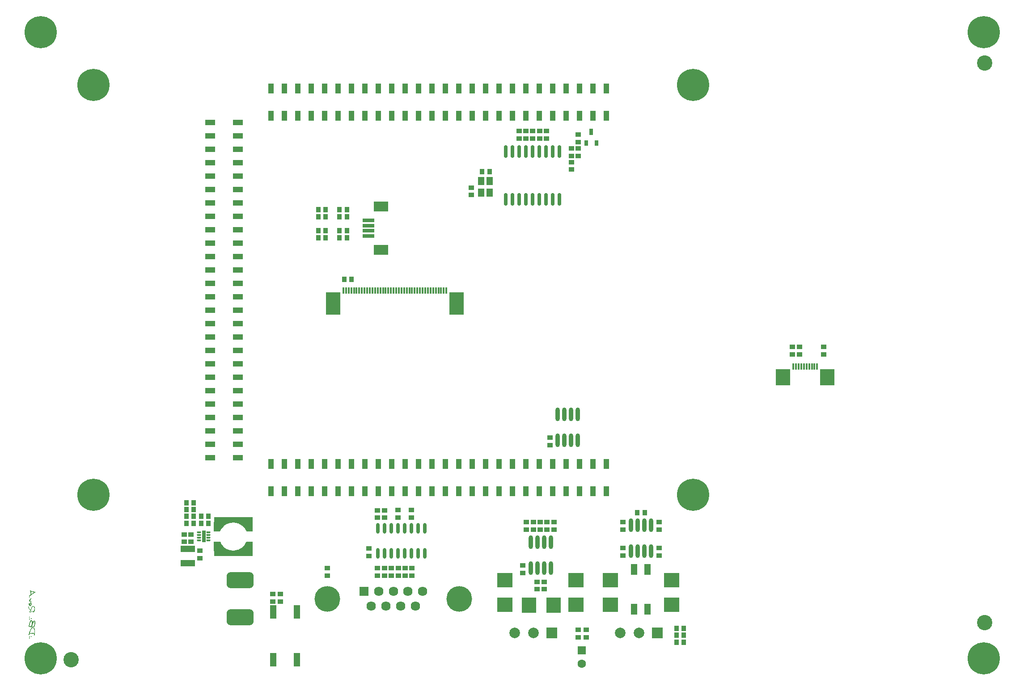
<source format=gbs>
G04 Layer_Color=16711935*
%FSLAX44Y44*%
%MOMM*%
G71*
G01*
G75*
%ADD53C,2.9000*%
%ADD54C,6.1000*%
%ADD55R,1.6000X1.6000*%
%ADD56C,1.6000*%
%ADD57C,2.0000*%
%ADD58R,2.0000X2.0000*%
%ADD59C,4.8600*%
%ADD60R,1.7900X1.7900*%
%ADD61C,1.7900*%
%ADD62O,0.8000X2.6000*%
%ADD63O,0.7000X2.0000*%
%ADD64R,0.9000X1.0000*%
%ADD65R,1.0000X0.9000*%
%ADD66R,7.4000X1.0500*%
%ADD67R,2.8432X2.7162*%
%ADD68R,1.3000X2.1000*%
%ADD69R,2.7162X2.8432*%
%ADD70R,2.7000X1.2000*%
G04:AMPARAMS|DCode=71|XSize=0.35mm|YSize=0.8mm|CornerRadius=0.1125mm|HoleSize=0mm|Usage=FLASHONLY|Rotation=270.000|XOffset=0mm|YOffset=0mm|HoleType=Round|Shape=RoundedRectangle|*
%AMROUNDEDRECTD71*
21,1,0.3500,0.5750,0,0,270.0*
21,1,0.1250,0.8000,0,0,270.0*
1,1,0.2250,-0.2875,-0.0625*
1,1,0.2250,-0.2875,0.0625*
1,1,0.2250,0.2875,0.0625*
1,1,0.2250,0.2875,-0.0625*
%
%ADD71ROUNDEDRECTD71*%
%ADD72R,0.6600X2.2500*%
%ADD73R,1.2498X1.4995*%
%ADD74R,0.7500X1.2000*%
%ADD75R,0.7500X1.0000*%
%ADD76R,2.8000X3.1000*%
%ADD77R,0.4000X1.3000*%
%ADD78R,2.3000X0.7000*%
%ADD79R,2.7000X1.9000*%
%ADD80R,1.9034X1.1160*%
%ADD81R,1.9000X1.1000*%
%ADD82R,1.1160X1.9034*%
%ADD83R,1.1000X1.9000*%
G04:AMPARAMS|DCode=84|XSize=3.1mm|YSize=5.1mm|CornerRadius=0.8mm|HoleSize=0mm|Usage=FLASHONLY|Rotation=90.000|XOffset=0mm|YOffset=0mm|HoleType=Round|Shape=RoundedRectangle|*
%AMROUNDEDRECTD84*
21,1,3.1000,3.5000,0,0,90.0*
21,1,1.5000,5.1000,0,0,90.0*
1,1,1.6000,1.7500,0.7500*
1,1,1.6000,1.7500,-0.7500*
1,1,1.6000,-1.7500,-0.7500*
1,1,1.6000,-1.7500,0.7500*
%
%ADD84ROUNDEDRECTD84*%
%ADD85O,0.7000X2.4000*%
%ADD86R,2.8000X4.2000*%
%ADD87R,1.3000X2.5000*%
G36*
X433598Y290493D02*
X433692Y290464D01*
X433779Y290418D01*
X433855Y290355D01*
X433918Y290279D01*
X433964Y290192D01*
X433993Y290098D01*
X434002Y290000D01*
Y273500D01*
X433993Y273402D01*
X433964Y273308D01*
X433918Y273221D01*
X433855Y273145D01*
X433779Y273082D01*
X433692Y273036D01*
X433598Y273007D01*
X433500Y272998D01*
X422000D01*
X421968Y273001D01*
X421937Y273001D01*
X421920Y273006D01*
X421902Y273007D01*
X421872Y273016D01*
X421841Y273023D01*
X421825Y273031D01*
X421808Y273036D01*
X421780Y273051D01*
X421751Y273064D01*
X421737Y273074D01*
X421721Y273082D01*
X421696Y273102D01*
X421671Y273120D01*
X421659Y273133D01*
X421645Y273145D01*
X421625Y273169D01*
X421603Y273192D01*
X421594Y273207D01*
X421582Y273221D01*
X421567Y273248D01*
X421551Y273275D01*
X420065Y276247D01*
X418099Y279196D01*
X415154Y282631D01*
X411235Y285571D01*
X406325Y288026D01*
X402416Y289003D01*
X397002Y289495D01*
X392086Y289004D01*
X390122Y288513D01*
X388155Y288021D01*
X385706Y287041D01*
X383742Y286059D01*
X381287Y284587D01*
X378836Y282625D01*
X378375Y282164D01*
X376401Y279697D01*
X373932Y276240D01*
X372449Y273275D01*
X372433Y273248D01*
X372418Y273221D01*
X372407Y273207D01*
X372397Y273192D01*
X372375Y273169D01*
X372355Y273145D01*
X372341Y273133D01*
X372329Y273120D01*
X372304Y273102D01*
X372279Y273082D01*
X372263Y273074D01*
X372249Y273064D01*
X372220Y273051D01*
X372192Y273036D01*
X372175Y273031D01*
X372159Y273023D01*
X372128Y273016D01*
X372098Y273007D01*
X372080Y273006D01*
X372063Y273001D01*
X372032Y273001D01*
X372000Y272998D01*
X360500D01*
X360402Y273007D01*
X360308Y273036D01*
X360221Y273082D01*
X360145Y273145D01*
X360082Y273221D01*
X360036Y273308D01*
X360007Y273402D01*
X359998Y273500D01*
Y290000D01*
X360007Y290098D01*
X360036Y290192D01*
X360082Y290279D01*
X360145Y290355D01*
X360221Y290418D01*
X360308Y290464D01*
X360402Y290493D01*
X360500Y290502D01*
X433500D01*
X433598Y290493D01*
D02*
G37*
G36*
Y252993D02*
X433692Y252964D01*
X433779Y252918D01*
X433855Y252855D01*
X433918Y252779D01*
X433964Y252692D01*
X433993Y252598D01*
X434002Y252500D01*
Y236000D01*
X433993Y235902D01*
X433964Y235808D01*
X433918Y235721D01*
X433855Y235645D01*
X433779Y235582D01*
X433692Y235536D01*
X433598Y235507D01*
X433500Y235498D01*
X360500D01*
X360402Y235507D01*
X360308Y235536D01*
X360221Y235582D01*
X360145Y235645D01*
X360082Y235721D01*
X360036Y235808D01*
X360007Y235902D01*
X359998Y236000D01*
Y252500D01*
X360007Y252598D01*
X360036Y252692D01*
X360082Y252779D01*
X360145Y252855D01*
X360221Y252918D01*
X360308Y252964D01*
X360402Y252993D01*
X360500Y253002D01*
X372000D01*
X372032Y252999D01*
X372063Y252998D01*
X372080Y252994D01*
X372098Y252993D01*
X372128Y252984D01*
X372159Y252977D01*
X372175Y252969D01*
X372192Y252964D01*
X372220Y252949D01*
X372249Y252936D01*
X372263Y252926D01*
X372279Y252918D01*
X372304Y252898D01*
X372329Y252880D01*
X372341Y252867D01*
X372355Y252855D01*
X372375Y252831D01*
X372397Y252808D01*
X372407Y252793D01*
X372418Y252779D01*
X372433Y252752D01*
X372449Y252725D01*
X374429Y248765D01*
X375897Y246808D01*
X377863Y244351D01*
X381295Y241409D01*
X383742Y239941D01*
X385693Y238965D01*
X391604Y236995D01*
X396998Y236505D01*
X401926Y236998D01*
X404390Y237490D01*
X406325Y237974D01*
X409263Y239443D01*
X412709Y241413D01*
X416141Y244354D01*
X418597Y247301D01*
X419565Y248753D01*
X421551Y252725D01*
X421567Y252752D01*
X421582Y252779D01*
X421594Y252793D01*
X421603Y252808D01*
X421625Y252831D01*
X421645Y252855D01*
X421659Y252867D01*
X421671Y252880D01*
X421696Y252898D01*
X421721Y252918D01*
X421737Y252926D01*
X421751Y252936D01*
X421780Y252949D01*
X421808Y252964D01*
X421825Y252969D01*
X421841Y252977D01*
X421872Y252984D01*
X421902Y252993D01*
X421920Y252994D01*
X421937Y252998D01*
X421968Y252999D01*
X422000Y253002D01*
X433500D01*
X433598Y252993D01*
D02*
G37*
G36*
X12524Y160975D02*
X12593Y160947D01*
X12774Y160864D01*
X12857Y160823D01*
X12926Y160781D01*
X12968Y160753D01*
X12982Y160739D01*
X13120Y160656D01*
X13245Y160587D01*
X13342Y160518D01*
X13412Y160476D01*
X13467Y160434D01*
X13495Y160407D01*
X13523Y160393D01*
X13814Y160268D01*
X14105Y160157D01*
X14355Y160046D01*
X14604Y159963D01*
X14840Y159880D01*
X15048Y159796D01*
X15228Y159741D01*
X15409Y159685D01*
X15561Y159630D01*
X15700Y159588D01*
X15811Y159561D01*
X15908Y159533D01*
X15977Y159519D01*
X16033Y159505D01*
X16061Y159491D01*
X16074D01*
X16518Y159394D01*
X16962Y159311D01*
X17406Y159228D01*
X17808Y159145D01*
X17988Y159117D01*
X18155Y159089D01*
X18307Y159061D01*
X18432Y159047D01*
X18543Y159034D01*
X18612Y159020D01*
X18668Y159006D01*
X18682D01*
X18973Y158923D01*
X19264Y158840D01*
X19528Y158756D01*
X19763Y158687D01*
X19957Y158631D01*
X20110Y158576D01*
X20166Y158562D01*
X20207Y158548D01*
X20221Y158534D01*
X20235D01*
X20429Y158465D01*
X20596Y158410D01*
X20748Y158368D01*
X20873Y158326D01*
X20984Y158285D01*
X21081Y158257D01*
X21150Y158243D01*
X21206Y158215D01*
X21289Y158188D01*
X21330Y158174D01*
X21344D01*
X21539Y158104D01*
X21705Y158035D01*
X21858Y157952D01*
X21982Y157869D01*
X22079Y157786D01*
X22176Y157702D01*
X22246Y157619D01*
X22301Y157550D01*
X22385Y157411D01*
X22426Y157286D01*
X22440Y157217D01*
Y157203D01*
X22426Y157189D01*
Y157175D01*
X22398Y157106D01*
X22371Y157037D01*
X22357Y157023D01*
Y157009D01*
X21677Y156510D01*
X21539Y156482D01*
X21428Y156468D01*
X21344D01*
X19763Y155525D01*
X19611Y155483D01*
X19486Y155456D01*
X19417Y155428D01*
X19389D01*
X19001Y155178D01*
X18626Y154943D01*
X18280Y154721D01*
X17947Y154513D01*
X17655Y154332D01*
X17378Y154152D01*
X17128Y153999D01*
X16906Y153861D01*
X16698Y153736D01*
X16518Y153625D01*
X16379Y153542D01*
X16255Y153472D01*
X16158Y153403D01*
X16088Y153362D01*
X16047Y153348D01*
X16033Y153334D01*
X15922Y153237D01*
X15811Y153140D01*
X15728Y153056D01*
X15672Y153001D01*
X15617Y152945D01*
X15575Y152904D01*
X15561Y152890D01*
X15547Y152876D01*
X15381Y152779D01*
X15242Y152696D01*
X15117Y152613D01*
X15007Y152557D01*
X14909Y152502D01*
X14840Y152446D01*
X14715Y152377D01*
X14646Y152335D01*
X14604Y152308D01*
X14591Y152294D01*
X14507Y152224D01*
X14438Y152127D01*
X14369Y152030D01*
X14299Y151919D01*
X14244Y151808D01*
X14202Y151725D01*
X14174Y151670D01*
X14161Y151642D01*
X14064Y151448D01*
X13994Y151267D01*
X13952Y151198D01*
X13939Y151143D01*
X13911Y151115D01*
Y151101D01*
X13869Y151045D01*
X13814Y151018D01*
X13717Y150962D01*
X13634Y150948D01*
X13592D01*
X13523Y150962D01*
X13481D01*
X13315Y150990D01*
X13204Y151018D01*
X13120Y151032D01*
X13051Y151045D01*
X13023Y151059D01*
X13010Y151073D01*
X12968D01*
X12954Y151059D01*
X12801Y150976D01*
X12649Y150879D01*
X12510Y150782D01*
X12371Y150699D01*
X12261Y150616D01*
X12177Y150546D01*
X12122Y150505D01*
X12108Y150491D01*
X11900Y150310D01*
X11720Y150144D01*
X11637Y150075D01*
X11581Y150019D01*
X11553Y149991D01*
X11539Y149978D01*
X11484Y149950D01*
X11401Y149936D01*
X11207Y149908D01*
X11109Y149894D01*
X10957D01*
X10846Y149908D01*
X10749Y149936D01*
X10666Y149978D01*
X10582Y150033D01*
X10527Y150089D01*
X10485Y150130D01*
X10458Y150158D01*
X10444Y150172D01*
X10333Y150352D01*
X10222Y150505D01*
X10180Y150574D01*
X10153Y150629D01*
X10139Y150657D01*
X10125Y150671D01*
X10291Y150865D01*
X10444Y151032D01*
X10555Y151170D01*
X10666Y151295D01*
X10749Y151392D01*
X10804Y151461D01*
X10832Y151503D01*
X10846Y151517D01*
X11054Y151642D01*
X11123Y151683D01*
X11193Y151725D01*
X11248Y151753D01*
X11290Y151767D01*
X11304Y151781D01*
X11317D01*
X11470Y151822D01*
X11595Y151850D01*
X11664Y151877D01*
X11692D01*
X11845Y151988D01*
X11969Y152099D01*
X12080Y152183D01*
X12163Y152266D01*
X12233Y152321D01*
X12288Y152363D01*
X12316Y152391D01*
X12330Y152404D01*
X12510Y152502D01*
X12663Y152585D01*
X12801Y152682D01*
X12926Y152779D01*
X13023Y152876D01*
X13107Y152959D01*
X13176Y153042D01*
X13231Y153126D01*
X13315Y153278D01*
X13356Y153389D01*
X13384Y153458D01*
Y153486D01*
X13273Y153625D01*
X13342Y153722D01*
X13370Y153791D01*
X13384Y153847D01*
Y153875D01*
Y154110D01*
X13370Y154360D01*
X13328Y154873D01*
X13259Y155414D01*
X13218Y155677D01*
X13190Y155927D01*
X13148Y156163D01*
X13107Y156385D01*
X13079Y156579D01*
X13051Y156745D01*
X13023Y156884D01*
X12996Y156995D01*
X12982Y157051D01*
Y157078D01*
X12912Y157397D01*
X12829Y157716D01*
X12746Y158007D01*
X12663Y158257D01*
X12580Y158479D01*
X12538Y158562D01*
X12510Y158645D01*
X12496Y158701D01*
X12469Y158742D01*
X12455Y158770D01*
Y158784D01*
X12427Y158840D01*
X12399Y158909D01*
X12288Y159089D01*
X12233Y159172D01*
X12177Y159242D01*
X12150Y159297D01*
X12136Y159311D01*
X12053Y159436D01*
X11997Y159533D01*
X11942Y159616D01*
X11914Y159672D01*
X11900Y159699D01*
X11886Y159727D01*
Y159741D01*
Y160310D01*
Y160434D01*
X11914Y160531D01*
X11942Y160629D01*
X11969Y160698D01*
X12066Y160823D01*
X12177Y160906D01*
X12274Y160947D01*
X12371Y160975D01*
X12427Y160989D01*
X12455D01*
X12524Y160975D01*
D02*
G37*
G36*
X10694Y149256D02*
X10749Y149229D01*
X10818Y149201D01*
X10901Y149187D01*
X10971D01*
X11040Y149173D01*
X11096D01*
X11193Y149145D01*
X11304Y149090D01*
X11442Y148993D01*
X11581Y148896D01*
X11720Y148799D01*
X11831Y148702D01*
X11900Y148646D01*
X11928Y148618D01*
Y148050D01*
X11664Y147870D01*
X11429Y147731D01*
X11234Y147648D01*
X11068Y147578D01*
X10929Y147537D01*
X10846Y147523D01*
X10777Y147509D01*
X10763D01*
X10652Y147523D01*
X10569Y147551D01*
X10485Y147592D01*
X10416Y147662D01*
X10305Y147800D01*
X10236Y147980D01*
X10180Y148147D01*
X10166Y148300D01*
X10153Y148355D01*
Y148397D01*
Y148424D01*
Y148438D01*
X10180Y148632D01*
X10236Y148799D01*
X10319Y148937D01*
X10416Y149062D01*
X10499Y149159D01*
X10582Y149243D01*
X10638Y149284D01*
X10666Y149298D01*
X10694Y149256D01*
D02*
G37*
G36*
X14493Y146691D02*
X14577Y146663D01*
X14729Y146566D01*
X14785Y146510D01*
X14826Y146455D01*
X14854Y146427D01*
X14868Y146413D01*
X14757Y146039D01*
X14646Y145692D01*
X14549Y145387D01*
X14452Y145138D01*
X14382Y144943D01*
X14355Y144860D01*
X14327Y144791D01*
X14299Y144735D01*
X14285Y144694D01*
X14272Y144680D01*
Y144666D01*
X14161Y144513D01*
X14064Y144389D01*
X13994Y144291D01*
X13925Y144208D01*
X13869Y144139D01*
X13828Y144097D01*
X13814Y144083D01*
X13800Y144070D01*
X13620Y143792D01*
X13481Y143543D01*
X13342Y143335D01*
X13245Y143154D01*
X13162Y143002D01*
X13107Y142905D01*
X13079Y142849D01*
X13065Y142822D01*
X12996Y142738D01*
X12926Y142641D01*
X12843Y142516D01*
X12760Y142392D01*
X12691Y142281D01*
X12635Y142184D01*
X12593Y142114D01*
X12580Y142086D01*
X12469Y141892D01*
X12385Y141740D01*
X12330Y141629D01*
X12288Y141532D01*
X12261Y141476D01*
X12247Y141435D01*
Y141407D01*
X12261Y141379D01*
X12302Y141338D01*
X12385Y141268D01*
X12469Y141199D01*
X12580Y141116D01*
X12704Y141032D01*
X12968Y140838D01*
X13218Y140658D01*
X13342Y140575D01*
X13453Y140506D01*
X13550Y140436D01*
X13620Y140394D01*
X13661Y140367D01*
X13675Y140353D01*
X13925Y140187D01*
X14147Y140034D01*
X14341Y139909D01*
X14507Y139784D01*
X14646Y139687D01*
X14757Y139604D01*
X14854Y139535D01*
X14923Y139479D01*
X14979Y139438D01*
X15034Y139396D01*
X15076Y139354D01*
X15104Y139327D01*
X15090Y139271D01*
X15062Y139216D01*
X15020Y139160D01*
X14965Y139105D01*
X14826Y138994D01*
X14674Y138897D01*
X14507Y138813D01*
X14369Y138744D01*
X14313Y138716D01*
X14272Y138703D01*
X14244Y138689D01*
X14230D01*
X14147Y138703D01*
X14064Y138744D01*
X14008Y138786D01*
X13980Y138800D01*
X13911Y138855D01*
X13855Y138897D01*
X13828Y138911D01*
X13814Y138925D01*
X13315Y139132D01*
X12801Y139382D01*
X12302Y139618D01*
X12066Y139743D01*
X11831Y139867D01*
X11623Y139979D01*
X11429Y140089D01*
X11262Y140173D01*
X11109Y140256D01*
X10999Y140325D01*
X10901Y140381D01*
X10846Y140408D01*
X10832Y140422D01*
X10790Y140464D01*
X10735Y140533D01*
X10666Y140603D01*
X10610Y140686D01*
X10555Y140769D01*
X10499Y140838D01*
X10472Y140894D01*
X10458Y140908D01*
X10361Y141046D01*
X10291Y141171D01*
X10250Y141254D01*
X10222Y141324D01*
X10194Y141379D01*
X10180Y141407D01*
Y141435D01*
X10194Y141462D01*
X10208Y141518D01*
X10250Y141587D01*
X10305Y141670D01*
X10361Y141781D01*
X10430Y141892D01*
X10610Y142156D01*
X10818Y142461D01*
X11054Y142780D01*
X11304Y143140D01*
X11567Y143487D01*
X11817Y143848D01*
X12066Y144181D01*
X12302Y144500D01*
X12510Y144777D01*
X12691Y145013D01*
X12760Y145124D01*
X12815Y145207D01*
X12871Y145262D01*
X12912Y145318D01*
X12926Y145345D01*
X12940Y145359D01*
X13023Y145373D01*
X13093Y145387D01*
X13162D01*
X13287Y145554D01*
X13412Y145720D01*
X13523Y145859D01*
X13606Y145983D01*
X13689Y146081D01*
X13758Y146178D01*
X13869Y146330D01*
X13952Y146427D01*
X14008Y146497D01*
X14022Y146524D01*
X14036Y146538D01*
X14105Y146594D01*
X14174Y146635D01*
X14299Y146691D01*
X14382Y146705D01*
X14410D01*
X14493Y146691D01*
D02*
G37*
G36*
X13606Y137968D02*
X13675D01*
X13744Y137954D01*
X13800Y137940D01*
X13842D01*
X13855Y137926D01*
X13869D01*
X14064Y137773D01*
X14244Y137635D01*
X14396Y137496D01*
X14535Y137371D01*
X14646Y137274D01*
X14715Y137191D01*
X14771Y137135D01*
X14785Y137122D01*
X14951Y136900D01*
X15062Y136650D01*
X15145Y136386D01*
X15215Y136137D01*
X15242Y135901D01*
X15256Y135804D01*
Y135721D01*
X15270Y135638D01*
Y135582D01*
Y135554D01*
Y135541D01*
X15242Y134958D01*
X15187Y134431D01*
X15076Y133946D01*
X14951Y133502D01*
X14785Y133114D01*
X14618Y132767D01*
X14424Y132462D01*
X14230Y132184D01*
X14036Y131949D01*
X13842Y131755D01*
X13675Y131602D01*
X13509Y131477D01*
X13384Y131380D01*
X13273Y131311D01*
X13218Y131269D01*
X13190Y131255D01*
X13079Y131200D01*
X12940Y131172D01*
X12649Y131117D01*
X12524D01*
X12413Y131103D01*
X12316D01*
X12136Y131130D01*
X11942Y131186D01*
X11761Y131255D01*
X11595Y131352D01*
X11456Y131435D01*
X11345Y131519D01*
X11276Y131574D01*
X11248Y131588D01*
X11040Y131782D01*
X10874Y131976D01*
X10735Y132157D01*
X10624Y132337D01*
X10541Y132476D01*
X10485Y132600D01*
X10458Y132670D01*
X10444Y132698D01*
X10361Y132864D01*
X10277Y133003D01*
X10222Y133114D01*
X10180Y133197D01*
X10153Y133252D01*
X10139Y133280D01*
X10125Y133308D01*
X10042Y133502D01*
X9986Y133654D01*
X9945Y133793D01*
X9917Y133890D01*
X9903Y133973D01*
X9889Y134029D01*
Y134057D01*
Y134071D01*
X9834Y134819D01*
Y134944D01*
X9820Y135055D01*
X9806Y135222D01*
Y135346D01*
X9792Y135443D01*
Y135499D01*
Y135527D01*
Y135554D01*
X9806Y135610D01*
X9820Y135693D01*
Y135790D01*
X9834Y135873D01*
X9847Y135957D01*
Y136012D01*
Y136040D01*
X9931Y136123D01*
X10000Y136192D01*
X10042Y136248D01*
X10083Y136290D01*
X10111Y136317D01*
X10125Y136331D01*
X10222Y136511D01*
X10305Y136650D01*
X10361Y136747D01*
X10416Y136803D01*
X10444Y136844D01*
X10472Y136858D01*
X10485Y136872D01*
X10541Y136858D01*
X10596Y136830D01*
X10652Y136789D01*
X10694Y136733D01*
X10777Y136595D01*
X10832Y136428D01*
X10874Y136262D01*
X10901Y136123D01*
X10915Y136068D01*
X10929Y136026D01*
Y135998D01*
Y135984D01*
X10943Y135804D01*
X10971Y135624D01*
X10985Y135471D01*
X10999Y135332D01*
Y135208D01*
X11012Y135125D01*
Y135069D01*
Y135055D01*
X11082Y134792D01*
X11165Y134556D01*
X11220Y134362D01*
X11290Y134195D01*
X11345Y134043D01*
X11387Y133918D01*
X11429Y133821D01*
X11470Y133751D01*
X11512Y133682D01*
X11539Y133641D01*
X11581Y133585D01*
X11609Y133557D01*
X11623D01*
X11650Y133585D01*
X11678Y133613D01*
X11720Y133654D01*
X11734Y133668D01*
Y133779D01*
X11720Y133862D01*
X11706Y133932D01*
Y133973D01*
X11692Y134015D01*
X11678Y134043D01*
X11664Y134057D01*
X11692Y134168D01*
X11706Y134278D01*
X11747Y134445D01*
X11775Y134556D01*
X11789Y134639D01*
X11803Y134695D01*
X11817Y134708D01*
X11997Y135984D01*
X12025Y136220D01*
X12053Y136428D01*
X12080Y136622D01*
X12094Y136789D01*
X12108Y136941D01*
X12122Y137080D01*
X12136Y137205D01*
X12150Y137302D01*
Y137399D01*
Y137468D01*
X12163Y137579D01*
Y137649D01*
Y137662D01*
X12233Y137746D01*
X12344Y137815D01*
X12483Y137871D01*
X12621Y137912D01*
X12760Y137940D01*
X12871Y137954D01*
X12954Y137968D01*
X12982D01*
X13148Y137981D01*
X13398D01*
X13606Y137968D01*
D02*
G37*
G36*
X18127Y131380D02*
X18182Y131366D01*
X18238D01*
X18266Y131352D01*
X18280D01*
X18376Y131338D01*
X18446Y131325D01*
X18515D01*
X18543Y131311D01*
X18612D01*
X18640Y131297D01*
X18709Y131255D01*
X18793Y131214D01*
X18807Y131200D01*
X18820D01*
X18890Y131172D01*
X18945Y131144D01*
X18987Y131130D01*
X19015Y131117D01*
X19042Y131103D01*
X19167Y131061D01*
X19278Y131019D01*
X19528Y130867D01*
X19763Y130701D01*
X19971Y130506D01*
X20152Y130326D01*
X20290Y130187D01*
X20346Y130118D01*
X20387Y130076D01*
X20401Y130049D01*
X20415Y130035D01*
X20554Y129868D01*
X20665Y129702D01*
X20762Y129549D01*
X20845Y129411D01*
X20984Y129133D01*
X21067Y128912D01*
X21123Y128717D01*
X21150Y128579D01*
X21164Y128523D01*
Y128482D01*
Y128468D01*
Y128454D01*
X21220Y128315D01*
X21261Y128218D01*
X21289Y128163D01*
X21303Y128149D01*
X21344Y127663D01*
X21386Y127178D01*
X21414Y126720D01*
Y126498D01*
X21428Y126304D01*
Y126110D01*
X21442Y125944D01*
Y125805D01*
Y125666D01*
Y125569D01*
Y125500D01*
Y125444D01*
Y125430D01*
Y125292D01*
X21428Y125139D01*
X21414Y124973D01*
X21386Y124779D01*
X21330Y124376D01*
X21275Y123974D01*
X21247Y123780D01*
X21220Y123600D01*
X21192Y123434D01*
X21164Y123295D01*
X21136Y123170D01*
X21123Y123087D01*
X21109Y123017D01*
Y123004D01*
X21053Y122698D01*
X20998Y122421D01*
X20942Y122185D01*
X20901Y121991D01*
X20859Y121811D01*
X20831Y121658D01*
X20790Y121533D01*
X20776Y121436D01*
X20748Y121353D01*
X20734Y121284D01*
X20720Y121242D01*
X20706Y121201D01*
X20693Y121173D01*
Y121159D01*
X20568Y120979D01*
X20457Y120826D01*
X20346Y120674D01*
X20249Y120549D01*
X20152Y120424D01*
X20069Y120327D01*
X19930Y120147D01*
X19819Y120022D01*
X19749Y119939D01*
X19694Y119897D01*
X19680Y119883D01*
X19486Y119745D01*
X19292Y119647D01*
X19084Y119564D01*
X18890Y119523D01*
X18709Y119495D01*
X18571Y119481D01*
X18515Y119467D01*
X18446D01*
X18363Y119481D01*
X18266Y119509D01*
X18196Y119523D01*
X18182Y119536D01*
X18168D01*
X18085Y119578D01*
X18030Y119634D01*
X17974Y119675D01*
X17947Y119703D01*
X17919Y119758D01*
Y119786D01*
Y119814D01*
X17933Y119855D01*
X17974Y119939D01*
X18002Y120022D01*
X18016Y120036D01*
Y120050D01*
X18058Y120119D01*
X18085Y120174D01*
X18099Y120216D01*
X18113Y120244D01*
X18127Y120272D01*
X18099Y120299D01*
X18071Y120355D01*
X18030Y120396D01*
X18016Y120410D01*
X17669D01*
X17434Y120355D01*
X17212Y120299D01*
X17017Y120244D01*
X16851Y120202D01*
X16712Y120161D01*
X16601Y120133D01*
X16546Y120119D01*
X16518Y120105D01*
X16352Y120077D01*
X16158Y120050D01*
X15769Y120008D01*
X15381Y119952D01*
X15007Y119911D01*
X14826Y119883D01*
X14660Y119869D01*
X14521Y119855D01*
X14396Y119841D01*
X14285Y119828D01*
X14216D01*
X14161Y119814D01*
X14147D01*
X13952Y119786D01*
X13786Y119772D01*
X13634Y119758D01*
X13509Y119745D01*
X13398Y119731D01*
X13301Y119717D01*
X13218D01*
X13148Y119703D01*
X13065D01*
X13010Y119689D01*
X12649D01*
X12344Y119703D01*
X12066D01*
X11803Y119717D01*
X11567Y119731D01*
X11345Y119745D01*
X11151Y119758D01*
X10985Y119772D01*
X10832Y119786D01*
X10707Y119800D01*
X10596D01*
X10513Y119814D01*
X10444Y119828D01*
X10402Y119841D01*
X10361D01*
Y119869D01*
X10347Y119911D01*
X10305Y120036D01*
X10291Y120091D01*
X10264Y120147D01*
X10250Y120174D01*
Y120188D01*
X10208Y120285D01*
X10180Y120368D01*
X10166Y120424D01*
X10153Y120452D01*
X10139Y120479D01*
Y120493D01*
X10153Y120563D01*
X10180Y120632D01*
X10236Y120688D01*
X10319Y120729D01*
X10485Y120812D01*
X10694Y120854D01*
X10901Y120882D01*
X11082Y120909D01*
X11831D01*
X11914Y120896D01*
X12025D01*
X12469Y120840D01*
X12732D01*
X12926Y120854D01*
X13134Y120868D01*
X13328Y120896D01*
X13509Y120923D01*
X13675Y120951D01*
X13800Y120965D01*
X13883Y120993D01*
X13911D01*
X14077Y121062D01*
X14188Y121104D01*
X14258Y121117D01*
X14272Y121131D01*
X15062D01*
X15256Y121117D01*
X15547D01*
X15645Y121104D01*
X15714D01*
X16061Y121131D01*
X16393Y121173D01*
X16712Y121215D01*
X17004Y121256D01*
X17295Y121298D01*
X17558Y121353D01*
X17808Y121395D01*
X18030Y121450D01*
X18238Y121492D01*
X18418Y121533D01*
X18571Y121575D01*
X18709Y121603D01*
X18807Y121631D01*
X18890Y121658D01*
X18931Y121672D01*
X18945D01*
X19028Y121714D01*
X19112Y121797D01*
X19195Y121894D01*
X19264Y121991D01*
X19320Y122102D01*
X19361Y122185D01*
X19389Y122241D01*
X19403Y122268D01*
X19472Y122490D01*
X19528Y122685D01*
X19569Y122851D01*
X19611Y123004D01*
X19639Y123128D01*
X19666Y123212D01*
X19680Y123267D01*
Y123281D01*
X19791Y123558D01*
X19888Y123794D01*
X19971Y124002D01*
X20027Y124155D01*
X20069Y124279D01*
X20096Y124363D01*
X20124Y124418D01*
Y124432D01*
X20138Y124501D01*
X20152Y124598D01*
X20166Y124806D01*
Y124903D01*
Y124987D01*
Y125056D01*
Y125070D01*
Y125195D01*
Y125320D01*
Y125403D01*
Y125417D01*
Y125430D01*
X20179Y125444D01*
X20207Y125458D01*
X20249D01*
X20263Y125472D01*
X20277Y125514D01*
Y125541D01*
Y125555D01*
X20263Y126415D01*
Y126526D01*
Y126651D01*
Y126901D01*
Y127011D01*
Y127095D01*
Y127164D01*
Y127178D01*
Y127317D01*
X20249Y127428D01*
Y127511D01*
Y127594D01*
Y127636D01*
Y127677D01*
Y127705D01*
Y127746D01*
X20221Y127816D01*
X20179Y127982D01*
X20152Y128066D01*
X20124Y128121D01*
X20110Y128176D01*
X20096Y128190D01*
X20027Y128509D01*
X19930Y128787D01*
X19805Y129036D01*
X19680Y129258D01*
X19569Y129425D01*
X19472Y129549D01*
X19403Y129633D01*
X19389Y129660D01*
X19375D01*
X19264Y129771D01*
X19153Y129868D01*
X18945Y130007D01*
X18737Y130118D01*
X18543Y130201D01*
X18376Y130243D01*
X18238Y130257D01*
X18155Y130271D01*
X18127D01*
X17974Y130257D01*
X17822Y130201D01*
X17655Y130118D01*
X17503Y130007D01*
X17336Y129868D01*
X17170Y129730D01*
X16865Y129411D01*
X16601Y129092D01*
X16477Y128953D01*
X16379Y128814D01*
X16296Y128703D01*
X16241Y128620D01*
X16199Y128565D01*
X16185Y128551D01*
X16019Y128301D01*
X15866Y128066D01*
X15741Y127858D01*
X15631Y127663D01*
X15520Y127483D01*
X15436Y127331D01*
X15367Y127192D01*
X15298Y127067D01*
X15256Y126956D01*
X15215Y126873D01*
X15173Y126790D01*
X15159Y126734D01*
X15131Y126679D01*
Y126651D01*
X15117Y126623D01*
X15076Y126471D01*
X15048Y126332D01*
X14993Y126096D01*
X14951Y125902D01*
X14909Y125763D01*
X14896Y125652D01*
X14882Y125597D01*
X14868Y125555D01*
Y125541D01*
X14771Y125139D01*
X14688Y124765D01*
X14591Y124404D01*
X14521Y124058D01*
X14438Y123739D01*
X14369Y123447D01*
X14313Y123170D01*
X14258Y122934D01*
X14202Y122712D01*
X14161Y122518D01*
X14119Y122338D01*
X14091Y122199D01*
X14064Y122088D01*
X14050Y122019D01*
X14036Y121963D01*
Y121950D01*
X13842Y121880D01*
X13689Y121811D01*
X13578Y121769D01*
X13481Y121742D01*
X13426Y121714D01*
X13384Y121700D01*
X13356Y121686D01*
X13301Y121700D01*
X13231Y121728D01*
X13162Y121769D01*
X13079Y121825D01*
X12940Y121977D01*
X12788Y122144D01*
X12663Y122296D01*
X12566Y122449D01*
X12524Y122504D01*
X12496Y122546D01*
X12469Y122574D01*
Y122587D01*
X12344Y122782D01*
X12233Y122948D01*
X12136Y123101D01*
X12039Y123239D01*
X11942Y123364D01*
X11858Y123475D01*
X11789Y123558D01*
X11720Y123642D01*
X11609Y123766D01*
X11526Y123836D01*
X11470Y123877D01*
X11456Y123891D01*
X11429Y124002D01*
X11415Y124085D01*
Y124127D01*
Y124141D01*
X11304Y124238D01*
X11179Y124363D01*
X11068Y124487D01*
X10971Y124612D01*
X10888Y124723D01*
X10818Y124820D01*
X10777Y124876D01*
X10763Y124903D01*
X10624Y125125D01*
X10499Y125320D01*
X10388Y125486D01*
X10305Y125625D01*
X10236Y125722D01*
X10194Y125805D01*
X10166Y125847D01*
X10153Y125860D01*
X10028Y126138D01*
X9917Y126374D01*
X9820Y126582D01*
X9736Y126762D01*
X9667Y126928D01*
X9612Y127053D01*
X9556Y127164D01*
X9528Y127247D01*
X9487Y127317D01*
X9473Y127372D01*
X9459Y127414D01*
X9445Y127441D01*
X9431Y127469D01*
X9307Y127788D01*
X9209Y128093D01*
X9140Y128398D01*
X9099Y128676D01*
X9071Y128912D01*
X9057Y129022D01*
X9043Y129106D01*
Y129175D01*
Y129230D01*
Y129258D01*
Y129272D01*
Y129300D01*
Y129341D01*
X9029Y129466D01*
X9015Y129508D01*
Y129563D01*
X9002Y129591D01*
Y129605D01*
X8988Y129702D01*
X8974Y129771D01*
X8960Y129813D01*
Y129854D01*
X8946Y129882D01*
X8960Y129979D01*
X8988Y130049D01*
X9071Y130174D01*
X9140Y130243D01*
X9168Y130271D01*
X9182D01*
X9279Y130257D01*
X9362Y130229D01*
X9528Y130132D01*
X9667Y129993D01*
X9806Y129841D01*
X9903Y129688D01*
X9972Y129563D01*
X10000Y129508D01*
X10028Y129480D01*
X10042Y129452D01*
Y129438D01*
X10444Y128218D01*
X10596Y127899D01*
X10735Y127594D01*
X10860Y127331D01*
X10971Y127081D01*
X11068Y126845D01*
X11165Y126637D01*
X11248Y126457D01*
X11331Y126290D01*
X11387Y126152D01*
X11442Y126027D01*
X11498Y125916D01*
X11526Y125833D01*
X11553Y125777D01*
X11581Y125736D01*
X11595Y125708D01*
Y125694D01*
X11650Y125569D01*
X11747Y125417D01*
X11845Y125250D01*
X11969Y125070D01*
X12066Y124903D01*
X12163Y124779D01*
X12191Y124723D01*
X12219Y124682D01*
X12247Y124668D01*
Y124654D01*
X12371Y124487D01*
X12483Y124349D01*
X12580Y124224D01*
X12677Y124113D01*
X12760Y124030D01*
X12829Y123947D01*
X12954Y123836D01*
X13051Y123780D01*
X13107Y123739D01*
X13148Y123725D01*
X13162D01*
X13218Y123739D01*
X13259Y123766D01*
X13301Y123822D01*
X13342Y123891D01*
X13412Y124071D01*
X13481Y124266D01*
X13523Y124460D01*
X13564Y124640D01*
X13578Y124709D01*
Y124765D01*
X13592Y124793D01*
Y124806D01*
X13634Y125042D01*
X13661Y125250D01*
X13703Y125444D01*
X13717Y125597D01*
X13744Y125736D01*
X13758Y125860D01*
X13786Y125957D01*
X13800Y126027D01*
Y126096D01*
X13814Y126152D01*
X13828Y126207D01*
Y126249D01*
X13925Y126457D01*
X14022Y126637D01*
X14105Y126790D01*
X14161Y126914D01*
X14216Y127011D01*
X14258Y127081D01*
X14272Y127122D01*
X14285Y127136D01*
X14396Y127455D01*
X14507Y127733D01*
X14591Y127982D01*
X14660Y128176D01*
X14701Y128329D01*
X14743Y128440D01*
X14771Y128509D01*
Y128537D01*
X14909Y128759D01*
X15048Y128953D01*
X15159Y129106D01*
X15256Y129230D01*
X15339Y129314D01*
X15395Y129383D01*
X15436Y129411D01*
X15450Y129425D01*
X15533Y129591D01*
X15617Y129744D01*
X15686Y129882D01*
X15755Y130007D01*
X15811Y130104D01*
X15866Y130201D01*
X15963Y130340D01*
X16047Y130451D01*
X16102Y130506D01*
X16130Y130534D01*
X16144Y130548D01*
X16366Y130701D01*
X16560Y130825D01*
X16754Y130936D01*
X16934Y131033D01*
X17087Y131117D01*
X17239Y131186D01*
X17378Y131241D01*
X17489Y131283D01*
X17600Y131325D01*
X17697Y131352D01*
X17766Y131366D01*
X17836Y131380D01*
X17877Y131394D01*
X18016D01*
X18127Y131380D01*
D02*
G37*
G36*
X10694Y111271D02*
X10749Y111243D01*
X10818Y111215D01*
X10901Y111201D01*
X10971D01*
X11040Y111188D01*
X11096D01*
X11193Y111160D01*
X11304Y111104D01*
X11442Y111007D01*
X11581Y110910D01*
X11720Y110813D01*
X11831Y110716D01*
X11900Y110661D01*
X11928Y110633D01*
Y110064D01*
X11664Y109884D01*
X11429Y109745D01*
X11234Y109662D01*
X11068Y109593D01*
X10929Y109551D01*
X10846Y109537D01*
X10777Y109523D01*
X10763D01*
X10652Y109537D01*
X10569Y109565D01*
X10485Y109607D01*
X10416Y109676D01*
X10305Y109815D01*
X10236Y109995D01*
X10180Y110161D01*
X10166Y110314D01*
X10153Y110369D01*
Y110411D01*
Y110439D01*
Y110453D01*
X10180Y110647D01*
X10236Y110813D01*
X10319Y110952D01*
X10416Y111077D01*
X10499Y111174D01*
X10582Y111257D01*
X10638Y111299D01*
X10666Y111313D01*
X10694Y111271D01*
D02*
G37*
G36*
X14521Y108317D02*
X14618Y108289D01*
X14715Y108234D01*
X14785Y108178D01*
X14854Y108123D01*
X14896Y108067D01*
X14923Y108040D01*
X14937Y108026D01*
X15020Y107915D01*
X15076Y107790D01*
X15131Y107679D01*
X15159Y107568D01*
X15173Y107471D01*
X15187Y107402D01*
Y107346D01*
Y107332D01*
X15173Y107221D01*
X15159Y107110D01*
X15131Y107027D01*
X15117Y106999D01*
Y106986D01*
X15062Y106875D01*
X15034Y106805D01*
X15020Y106764D01*
Y106750D01*
X14979D01*
X14909Y106736D01*
X14840Y106722D01*
X14826Y106708D01*
X14812D01*
X14743Y106694D01*
X14701Y106680D01*
X14632Y106667D01*
X14591D01*
X14466Y106680D01*
X14355Y106708D01*
X14230Y106764D01*
X14119Y106819D01*
X14036Y106875D01*
X13966Y106930D01*
X13911Y106958D01*
X13897Y106972D01*
X13772Y107083D01*
X13689Y107194D01*
X13620Y107291D01*
X13578Y107388D01*
X13550Y107457D01*
X13536Y107513D01*
Y107554D01*
Y107568D01*
X13550Y107707D01*
X13578Y107818D01*
X13620Y107929D01*
X13675Y108012D01*
X13814Y108151D01*
X13980Y108234D01*
X14147Y108289D01*
X14285Y108317D01*
X14341Y108331D01*
X14424D01*
X14521Y108317D01*
D02*
G37*
G36*
X10929Y107818D02*
X11123Y107776D01*
X11304Y107707D01*
X11442Y107637D01*
X11553Y107568D01*
X11637Y107499D01*
X11692Y107457D01*
X11706Y107443D01*
Y107402D01*
Y107360D01*
X11720Y107235D01*
X11747Y107083D01*
X11761Y106916D01*
X11789Y106764D01*
X11803Y106639D01*
Y106583D01*
X11817Y106542D01*
Y106528D01*
Y106514D01*
X11803Y106431D01*
X11761Y106362D01*
X11706Y106292D01*
X11637Y106237D01*
X11567Y106181D01*
X11512Y106140D01*
X11470Y106126D01*
X11456Y106112D01*
X11359Y106056D01*
X11262Y106015D01*
X11193Y105987D01*
X11137Y105973D01*
X11054Y105945D01*
X11026D01*
X10915Y105959D01*
X10790Y105973D01*
X10680Y106001D01*
X10582Y106029D01*
X10485Y106056D01*
X10416Y106084D01*
X10374Y106112D01*
X10361D01*
X10347Y106126D01*
X10319Y106167D01*
X10264Y106250D01*
X10194Y106334D01*
X10180Y106348D01*
X10166Y106362D01*
X10111Y106431D01*
X10069Y106500D01*
X10028Y106583D01*
X10000Y106625D01*
Y106639D01*
X10014Y106819D01*
X10056Y107013D01*
X10111Y107194D01*
X10180Y107388D01*
X10236Y107540D01*
X10291Y107679D01*
X10333Y107762D01*
X10347Y107776D01*
Y107790D01*
X10472Y107818D01*
X10582Y107831D01*
X10694D01*
X10929Y107818D01*
D02*
G37*
G36*
X14369Y104656D02*
X14577Y104628D01*
X14660Y104614D01*
X14729Y104600D01*
X14771Y104586D01*
X14785D01*
X14896Y104559D01*
X14993Y104517D01*
X15215Y104392D01*
X15409Y104254D01*
X15603Y104101D01*
X15769Y103948D01*
X15894Y103823D01*
X15977Y103727D01*
X15991Y103713D01*
X16005Y103699D01*
X16227Y103421D01*
X16407Y103172D01*
X16546Y102936D01*
X16643Y102728D01*
X16698Y102575D01*
X16740Y102451D01*
X16768Y102367D01*
Y102353D01*
Y102340D01*
X16823Y102242D01*
X16837Y102159D01*
X16851Y102104D01*
Y102090D01*
Y102035D01*
X16837Y102021D01*
Y102007D01*
X16809Y101979D01*
X16796Y101951D01*
Y101937D01*
Y101924D01*
X16809Y101910D01*
X16837Y101882D01*
X16893Y101799D01*
X16934Y101715D01*
X16948Y101688D01*
Y101674D01*
X16962Y101646D01*
X16976Y101577D01*
X16990Y101480D01*
X17004Y101369D01*
X17017Y101272D01*
X17031Y101175D01*
X17045Y101119D01*
Y101091D01*
X17073Y100981D01*
X17101Y100897D01*
X17128Y100842D01*
X17156Y100800D01*
X17184Y100772D01*
X17212Y100759D01*
X17226D01*
X17420Y101078D01*
X17600Y101355D01*
X17766Y101605D01*
X17905Y101840D01*
X18044Y102035D01*
X18168Y102215D01*
X18266Y102367D01*
X18363Y102492D01*
X18446Y102603D01*
X18501Y102700D01*
X18557Y102769D01*
X18612Y102825D01*
X18640Y102867D01*
X18668Y102894D01*
X18682Y102922D01*
X18834Y103089D01*
X19001Y103241D01*
X19153Y103366D01*
X19306Y103477D01*
X19458Y103574D01*
X19611Y103643D01*
X19749Y103713D01*
X19874Y103754D01*
X20096Y103823D01*
X20193Y103851D01*
X20277Y103865D01*
X20346Y103879D01*
X20429D01*
X20554Y103865D01*
X20706Y103810D01*
X20873Y103727D01*
X21053Y103643D01*
X21206Y103546D01*
X21330Y103477D01*
X21386Y103435D01*
X21428Y103421D01*
X21442Y103394D01*
X21455D01*
X21580Y103172D01*
X21705Y102950D01*
X21802Y102742D01*
X21885Y102548D01*
X22010Y102187D01*
X22065Y102035D01*
X22093Y101896D01*
X22135Y101771D01*
X22149Y101646D01*
X22163Y101549D01*
X22176Y101480D01*
X22190Y101410D01*
Y101369D01*
Y101341D01*
Y101327D01*
Y101313D01*
X22204Y101272D01*
X22218Y101175D01*
X22232Y101091D01*
Y101064D01*
Y101050D01*
X22246Y100967D01*
X22260Y100911D01*
X22274Y100870D01*
X22287Y100842D01*
Y100800D01*
X22274Y100315D01*
X22246Y99816D01*
X22204Y99316D01*
X22135Y98803D01*
X22065Y98290D01*
X21982Y97791D01*
X21899Y97319D01*
X21816Y96862D01*
X21719Y96432D01*
X21636Y96043D01*
X21552Y95697D01*
X21483Y95392D01*
X21442Y95267D01*
X21414Y95142D01*
X21400Y95045D01*
X21372Y94962D01*
X21358Y94892D01*
X21344Y94851D01*
X21330Y94823D01*
Y94809D01*
X21317Y94629D01*
X21303Y94490D01*
X21289Y94435D01*
Y94393D01*
Y94379D01*
Y94365D01*
X21136Y93921D01*
X20998Y93519D01*
X20859Y93145D01*
X20734Y92798D01*
X20609Y92479D01*
X20484Y92188D01*
X20374Y91938D01*
X20277Y91703D01*
X20193Y91508D01*
X20110Y91342D01*
X20041Y91189D01*
X19985Y91079D01*
X19930Y90981D01*
X19902Y90926D01*
X19888Y90884D01*
X19874Y90871D01*
X19805Y90787D01*
X19722Y90732D01*
X19625Y90676D01*
X19528Y90649D01*
X19431Y90635D01*
X19347Y90621D01*
X19278D01*
X19139Y90635D01*
X19028Y90649D01*
X18931Y90690D01*
X18834Y90746D01*
X18695Y90871D01*
X18612Y91023D01*
X18557Y91162D01*
X18529Y91286D01*
X18515Y91342D01*
Y91384D01*
Y91397D01*
Y91411D01*
X18529Y91633D01*
X18543Y91730D01*
X18557Y91813D01*
Y91869D01*
X18571Y91924D01*
X18585Y91952D01*
Y91966D01*
X18446Y92035D01*
X18321Y92077D01*
X18266Y92091D01*
X18113D01*
X18044Y92077D01*
X17960Y92063D01*
X17766Y92049D01*
X17572Y92022D01*
X17364Y91994D01*
X17198Y91980D01*
X17128Y91966D01*
X17073Y91952D01*
X17031D01*
X16837Y91924D01*
X16657Y91897D01*
X16490Y91869D01*
X16352Y91855D01*
X16227Y91827D01*
X16102Y91813D01*
X16005Y91800D01*
X15922Y91786D01*
X15783Y91758D01*
X15700Y91744D01*
X15645Y91730D01*
X15631D01*
X15533Y91758D01*
X15464Y91772D01*
X15409D01*
X15034Y91716D01*
X14701Y91689D01*
X14424Y91661D01*
X14188Y91633D01*
X13994D01*
X13855Y91619D01*
X13717D01*
X13689Y91633D01*
X13578Y91647D01*
X13523D01*
X13467Y91661D01*
X13426D01*
X13328Y91675D01*
X13259Y91689D01*
X13204D01*
X13162Y91703D01*
X13107D01*
X12621Y91716D01*
X12413Y91730D01*
X12205Y91744D01*
X12011Y91758D01*
X11831Y91772D01*
X11664Y91800D01*
X11512Y91813D01*
X11387Y91841D01*
X11262Y91855D01*
X11165Y91869D01*
X11082Y91897D01*
X11012Y91911D01*
X10971D01*
X10943Y91924D01*
X10929D01*
X10804Y91938D01*
X10694Y91952D01*
X10596D01*
X10513Y91966D01*
X10222D01*
X10180Y91952D01*
X10166D01*
X10069Y92008D01*
X9972Y92077D01*
X9903Y92160D01*
X9847Y92243D01*
X9806Y92313D01*
X9778Y92382D01*
X9750Y92424D01*
Y92438D01*
X9736Y92493D01*
X9709Y92576D01*
X9681Y92687D01*
X9639Y92812D01*
X9612Y92937D01*
X9584Y93048D01*
X9570Y93117D01*
X9556Y93145D01*
X10291Y96529D01*
X10347Y96515D01*
X10388Y96501D01*
X10416D01*
X10485Y96515D01*
X10541Y96543D01*
X10582Y96584D01*
X10610Y96640D01*
X10638Y96723D01*
Y96751D01*
Y96764D01*
Y96792D01*
X10624Y96834D01*
X10610Y96862D01*
X10596Y96875D01*
X10582Y96931D01*
X10569Y96973D01*
Y96986D01*
X10582Y97000D01*
X10596Y97042D01*
X10666Y97125D01*
X10721Y97208D01*
X10735Y97236D01*
X10749Y97250D01*
X10694Y97291D01*
X10652Y97333D01*
X10596Y97458D01*
X10582Y97513D01*
X10569Y97555D01*
Y97583D01*
Y97597D01*
Y97611D01*
X10582Y97652D01*
X10624Y97749D01*
X10666Y97846D01*
X10680Y97874D01*
Y97888D01*
X10721Y97985D01*
X10749Y98054D01*
X10777Y98096D01*
X10790Y98138D01*
X10804Y98179D01*
Y98207D01*
X10790Y98248D01*
X10777Y98290D01*
Y98304D01*
X10763Y98359D01*
X10749Y98401D01*
Y98415D01*
X10763Y98526D01*
X10818Y98665D01*
X10888Y98817D01*
X10957Y98983D01*
X11040Y99122D01*
X11096Y99261D01*
X11151Y99344D01*
X11165Y99358D01*
Y99372D01*
X11220Y99316D01*
X11262Y99261D01*
X11304Y99205D01*
X11331Y99178D01*
X11387Y99330D01*
X11415Y99469D01*
X11429Y99552D01*
Y99566D01*
Y99580D01*
Y99663D01*
X11415Y99732D01*
X11387Y99829D01*
X11345Y99885D01*
X11331Y99899D01*
X11207Y99774D01*
Y100356D01*
X11276Y100398D01*
X11331Y100440D01*
X11373Y100481D01*
X11401Y100509D01*
X11429Y100564D01*
Y100578D01*
Y100592D01*
X11415Y100606D01*
X11401Y100620D01*
Y100634D01*
X11373Y100703D01*
Y100731D01*
X11387Y100759D01*
X11401Y100786D01*
X11456Y100870D01*
X11512Y100925D01*
X11539Y100953D01*
X11706Y101119D01*
X11637Y101216D01*
X11609Y101272D01*
X11595Y101313D01*
Y101327D01*
X11609Y101424D01*
X11650Y101549D01*
X11706Y101702D01*
X11775Y101868D01*
X11858Y102062D01*
X11955Y102256D01*
X12177Y102659D01*
X12274Y102853D01*
X12385Y103033D01*
X12483Y103213D01*
X12566Y103366D01*
X12635Y103491D01*
X12691Y103588D01*
X12732Y103643D01*
X12746Y103671D01*
X12912Y103796D01*
X13037Y103893D01*
X13093Y103921D01*
X13134Y103948D01*
X13148Y103962D01*
X13162D01*
X13328Y104170D01*
X13398Y104254D01*
X13453Y104323D01*
X13495Y104378D01*
X13523Y104420D01*
X13550Y104434D01*
Y104448D01*
X13675Y104517D01*
X13786Y104572D01*
X13883Y104614D01*
X13980Y104642D01*
X14050Y104656D01*
X14105Y104670D01*
X14147D01*
X14369Y104656D01*
D02*
G37*
G36*
X17350Y91203D02*
X17447Y91189D01*
X17572Y91162D01*
X17683Y91120D01*
X17808Y91079D01*
X17891Y91051D01*
X17960Y91037D01*
X17988Y91023D01*
X18141Y90968D01*
X18266Y90912D01*
X18363Y90871D01*
X18446Y90829D01*
X18515Y90801D01*
X18557Y90773D01*
X18585Y90759D01*
X18598D01*
X18751Y90690D01*
X18917Y90593D01*
X19070Y90468D01*
X19223Y90344D01*
X19514Y90066D01*
X19777Y89775D01*
X19999Y89497D01*
X20096Y89387D01*
X20166Y89276D01*
X20235Y89178D01*
X20277Y89109D01*
X20304Y89068D01*
X20318Y89054D01*
X20471Y88818D01*
X20596Y88582D01*
X20831Y88125D01*
X21012Y87722D01*
X21081Y87528D01*
X21150Y87362D01*
X21192Y87195D01*
X21233Y87057D01*
X21275Y86932D01*
X21303Y86821D01*
X21317Y86738D01*
X21330Y86682D01*
X21344Y86641D01*
Y86627D01*
X21414Y86197D01*
X21442Y85989D01*
X21469Y85808D01*
X21483Y85642D01*
Y85531D01*
X21497Y85448D01*
Y85434D01*
Y85420D01*
X21511Y85379D01*
X21525Y85309D01*
X21539Y85226D01*
X21552Y85143D01*
X21580Y85060D01*
X21594Y84990D01*
X21608Y84935D01*
Y84921D01*
X21649Y84782D01*
X21677Y84671D01*
X21691Y84602D01*
X21705Y84546D01*
X21719Y84519D01*
Y84505D01*
Y84491D01*
Y79485D01*
Y79346D01*
X21705Y79179D01*
X21649Y78819D01*
X21580Y78444D01*
X21511Y78070D01*
X21469Y77890D01*
X21428Y77723D01*
X21386Y77571D01*
X21358Y77446D01*
X21330Y77335D01*
X21303Y77252D01*
X21289Y77196D01*
Y77182D01*
X21233Y76974D01*
X21178Y76794D01*
X21123Y76628D01*
X21081Y76475D01*
X21039Y76350D01*
X20998Y76225D01*
X20970Y76128D01*
X20942Y76059D01*
X20901Y75934D01*
X20873Y75851D01*
X20845Y75809D01*
Y75795D01*
X20720Y75601D01*
X20609Y75463D01*
X20484Y75366D01*
X20387Y75296D01*
X20290Y75255D01*
X20221Y75241D01*
X20179Y75227D01*
X20166D01*
X20124Y75241D01*
X20069Y75269D01*
X19944Y75352D01*
X19888Y75393D01*
X19847Y75435D01*
X19819Y75463D01*
X19805Y75476D01*
X19694Y75574D01*
X19625Y75671D01*
X19569Y75754D01*
X19528Y75823D01*
X19500Y75879D01*
X19486Y75920D01*
Y75934D01*
Y75948D01*
X19833Y77474D01*
X19888Y77737D01*
X19944Y77973D01*
X19985Y78181D01*
X20027Y78347D01*
X20055Y78500D01*
X20082Y78625D01*
X20110Y78722D01*
X20124Y78805D01*
X20138Y78874D01*
X20152Y78930D01*
X20166Y78985D01*
Y79013D01*
X20138Y79138D01*
X20096Y79249D01*
X20055Y79332D01*
X20027Y79346D01*
Y79360D01*
X19971Y79263D01*
X19944Y79179D01*
X19916Y79124D01*
Y79110D01*
X19736Y79068D01*
X19569Y79027D01*
X19431Y78985D01*
X19306Y78958D01*
X19209Y78930D01*
X19112Y78916D01*
X19042Y78888D01*
X18987Y78874D01*
X18903Y78860D01*
X18862Y78847D01*
X18834D01*
X18765Y78833D01*
X18709Y78819D01*
X18668D01*
X18598Y78833D01*
X18543Y78847D01*
X18501Y78860D01*
X18487D01*
X18390Y78805D01*
X18321Y78763D01*
X18266Y78749D01*
X18141D01*
X18016Y78736D01*
X17877Y78722D01*
X17725D01*
X17378Y78680D01*
X17031Y78652D01*
X16712Y78625D01*
X16560Y78611D01*
X16435Y78597D01*
X16338Y78583D01*
X16255D01*
X16199Y78569D01*
X16185D01*
X15963Y78541D01*
X15769Y78528D01*
X15603Y78500D01*
X15450Y78486D01*
X15325Y78472D01*
X15215Y78458D01*
X15131Y78444D01*
X15062D01*
X15007Y78431D01*
X14951D01*
X14896Y78417D01*
X14743D01*
X14591Y78431D01*
X14396Y78444D01*
X14161Y78472D01*
X13897Y78500D01*
X13620Y78528D01*
X13051Y78597D01*
X12760Y78625D01*
X12496Y78652D01*
X12247Y78680D01*
X12025Y78708D01*
X11831Y78736D01*
X11692Y78749D01*
X11637D01*
X11595Y78763D01*
X11567D01*
X11512Y78639D01*
X11470Y78500D01*
X11429Y78347D01*
X11401Y78209D01*
X11373Y78098D01*
X11345Y77987D01*
X11331Y77931D01*
Y77903D01*
X11304Y77751D01*
X11276Y77585D01*
X11248Y77404D01*
X11234Y77238D01*
X11207Y77085D01*
X11193Y76961D01*
X11179Y76877D01*
Y76863D01*
Y76849D01*
X11123Y76739D01*
X11096Y76655D01*
X11082Y76586D01*
Y76572D01*
X11096Y76517D01*
X11109Y76503D01*
Y76489D01*
X11137Y76434D01*
Y76406D01*
X11082Y76295D01*
X11040Y76198D01*
X10943Y76031D01*
X10846Y75920D01*
X10749Y75851D01*
X10680Y75795D01*
X10624Y75782D01*
X10582Y75768D01*
X10569D01*
X10361Y75795D01*
X10291Y75809D01*
X10222Y75837D01*
X10166Y75865D01*
X10125Y75879D01*
X10111Y75907D01*
X10097D01*
X10042Y75962D01*
X9972Y76045D01*
X9861Y76212D01*
X9820Y76295D01*
X9778Y76364D01*
X9764Y76406D01*
X9750Y76420D01*
X9681Y76558D01*
X9639Y76669D01*
X9598Y76766D01*
X9584Y76836D01*
X9570Y76891D01*
X9556Y76947D01*
Y76961D01*
Y76974D01*
X9570Y77182D01*
X9584Y77418D01*
X9612Y77668D01*
X9653Y77945D01*
X9750Y78500D01*
X9875Y79041D01*
X9931Y79304D01*
X9986Y79540D01*
X10042Y79748D01*
X10083Y79942D01*
X10125Y80095D01*
X10153Y80219D01*
X10180Y80289D01*
Y80317D01*
X10264Y80580D01*
X10347Y80844D01*
X10430Y81093D01*
X10499Y81315D01*
X10569Y81509D01*
X10624Y81648D01*
X10638Y81703D01*
X10652Y81745D01*
X10666Y81759D01*
Y81773D01*
X10680Y81870D01*
Y81953D01*
X10694Y82078D01*
Y82147D01*
Y82175D01*
X10860Y82563D01*
X10999Y82910D01*
X11123Y83187D01*
X11220Y83423D01*
X11304Y83603D01*
X11359Y83742D01*
X11387Y83811D01*
X11401Y83839D01*
X11429Y83756D01*
X11442Y83673D01*
Y83617D01*
Y83603D01*
Y83562D01*
X11429Y83506D01*
X11415Y83437D01*
X11387Y83354D01*
X11373Y83271D01*
X11345Y83215D01*
X11331Y83160D01*
Y83146D01*
X11290Y83007D01*
X11248Y82910D01*
X11220Y82827D01*
X11207Y82771D01*
Y82744D01*
X11193Y82716D01*
Y82702D01*
X11207Y82619D01*
X11248Y82535D01*
X11276Y82480D01*
X11290Y82466D01*
X11359Y82535D01*
X11429Y82605D01*
X11553Y82785D01*
X11664Y82993D01*
X11775Y83201D01*
X11858Y83395D01*
X11914Y83548D01*
X11942Y83617D01*
X11955Y83659D01*
X11969Y83687D01*
Y83701D01*
X12524Y85365D01*
X12580Y85448D01*
X12621Y85503D01*
X12635Y85531D01*
Y85545D01*
X12621Y85587D01*
X12607Y85614D01*
X12580Y85670D01*
Y85684D01*
X13897Y88166D01*
Y88222D01*
X13883Y88263D01*
X13869Y88291D01*
X13689D01*
X13634Y88208D01*
X13592Y88152D01*
X13578Y88111D01*
Y88097D01*
X13509Y88152D01*
X13467Y88180D01*
X13439Y88208D01*
X13426D01*
X13453Y88305D01*
X13509Y88402D01*
X13578Y88499D01*
X13661Y88582D01*
X13744Y88638D01*
X13814Y88693D01*
X13869Y88721D01*
X13883Y88735D01*
X13855Y88693D01*
X13842Y88638D01*
X13828Y88582D01*
Y88568D01*
X13842Y88485D01*
X13869Y88430D01*
X13897Y88388D01*
X13911Y88374D01*
X14050Y88527D01*
X14161Y88652D01*
X14258Y88749D01*
X14327Y88846D01*
X14382Y88915D01*
X14438Y88957D01*
X14452Y88984D01*
X14466Y88998D01*
Y89178D01*
X14396Y89234D01*
X14341Y89262D01*
X14258Y89331D01*
X14230Y89359D01*
X14216Y89373D01*
X14230D01*
X14327Y89470D01*
X14396Y89553D01*
X14452Y89608D01*
X14507Y89636D01*
X14535Y89664D01*
X14549Y89678D01*
X14563D01*
X14604Y89595D01*
X14632Y89539D01*
X14660Y89497D01*
Y89484D01*
X14785Y89650D01*
X14882Y89789D01*
X14923Y89844D01*
X14951Y89886D01*
X14965Y89900D01*
Y89914D01*
X14896Y89997D01*
X14840Y90038D01*
X14812Y90052D01*
X14799D01*
X14840Y90066D01*
X14896Y90122D01*
X14923Y90163D01*
X14937Y90177D01*
X15034Y90371D01*
X15131Y90482D01*
X15228Y90579D01*
X15409Y90718D01*
X15589Y90829D01*
X15741Y90912D01*
X15866Y90954D01*
X15977Y90968D01*
X16033Y90981D01*
X16061D01*
X16116Y90968D01*
X16144Y90954D01*
X16213Y91023D01*
X16269Y91079D01*
X16296Y91092D01*
X16310Y91106D01*
X16490Y91120D01*
X16643Y91134D01*
X16782Y91148D01*
X16893Y91162D01*
X16990Y91176D01*
X17073Y91189D01*
X17142D01*
X17198Y91203D01*
X17267D01*
X17298Y91214D01*
X17350Y91203D01*
D02*
G37*
G36*
X13132Y87609D02*
X13093Y87570D01*
X13065Y87500D01*
X13023Y87431D01*
X12996Y87362D01*
X12968Y87292D01*
X12954Y87251D01*
X12940Y87237D01*
Y87528D01*
X12954Y87500D01*
X12968Y87487D01*
X12982Y87473D01*
X13051Y87556D01*
X13079Y87598D01*
X13093Y87625D01*
Y87639D01*
X13132Y87609D01*
D02*
G37*
G36*
X12774Y86973D02*
X12815Y86918D01*
X12843Y86876D01*
X12857Y86862D01*
X12580Y86003D01*
X12510Y85795D01*
X12427Y85642D01*
X12330Y85517D01*
X12247Y85420D01*
X12177Y85365D01*
X12108Y85323D01*
X12066Y85295D01*
X12053D01*
X12136Y85545D01*
X12205Y85739D01*
X12274Y85906D01*
X12330Y86030D01*
X12371Y86128D01*
X12399Y86197D01*
X12427Y86224D01*
Y86238D01*
X12441Y86141D01*
X12455Y86072D01*
X12469Y86044D01*
Y86030D01*
X12483Y86058D01*
X12496Y86114D01*
X12510Y86238D01*
Y86294D01*
Y86349D01*
Y86391D01*
Y86405D01*
Y86433D01*
X12524Y86474D01*
X12580Y86585D01*
X12621Y86682D01*
X12635Y86710D01*
Y86724D01*
X12677Y86821D01*
X12704Y86904D01*
X12732Y86960D01*
X12746Y86987D01*
X12760Y87015D01*
Y87029D01*
X12774Y86973D01*
D02*
G37*
G36*
X12053Y84727D02*
X11817D01*
X11858Y84852D01*
X11900Y84949D01*
X11928Y85004D01*
X11955Y85060D01*
X11969Y85087D01*
X11983Y85101D01*
X11997D01*
X12053Y84727D01*
D02*
G37*
G36*
X11595Y84089D02*
X11567Y84033D01*
X11539Y83992D01*
X11512Y83964D01*
X11456Y83936D01*
X11429D01*
X11470Y84006D01*
X11498Y84061D01*
X11526Y84103D01*
X11539Y84130D01*
X11567Y84158D01*
X11595D01*
Y84089D01*
D02*
G37*
G36*
X14521Y74367D02*
X14618Y74339D01*
X14715Y74284D01*
X14785Y74228D01*
X14854Y74173D01*
X14896Y74117D01*
X14923Y74090D01*
X14937Y74076D01*
X15020Y73965D01*
X15076Y73840D01*
X15131Y73729D01*
X15159Y73618D01*
X15173Y73521D01*
X15187Y73452D01*
Y73396D01*
Y73382D01*
X15173Y73271D01*
X15159Y73161D01*
X15131Y73077D01*
X15117Y73050D01*
Y73036D01*
X15062Y72925D01*
X15034Y72855D01*
X15020Y72814D01*
Y72800D01*
X14979D01*
X14909Y72786D01*
X14840Y72772D01*
X14826Y72758D01*
X14812D01*
X14743Y72744D01*
X14701Y72731D01*
X14632Y72717D01*
X14591D01*
X14466Y72731D01*
X14355Y72758D01*
X14230Y72814D01*
X14119Y72869D01*
X14036Y72925D01*
X13966Y72980D01*
X13911Y73008D01*
X13897Y73022D01*
X13772Y73133D01*
X13689Y73244D01*
X13620Y73341D01*
X13578Y73438D01*
X13550Y73507D01*
X13536Y73563D01*
Y73604D01*
Y73618D01*
X13550Y73757D01*
X13578Y73868D01*
X13620Y73979D01*
X13675Y74062D01*
X13814Y74201D01*
X13980Y74284D01*
X14147Y74339D01*
X14285Y74367D01*
X14341Y74381D01*
X14424D01*
X14521Y74367D01*
D02*
G37*
G36*
X10929Y73868D02*
X11123Y73826D01*
X11304Y73757D01*
X11442Y73688D01*
X11553Y73618D01*
X11637Y73549D01*
X11692Y73507D01*
X11706Y73493D01*
Y73452D01*
Y73410D01*
X11720Y73285D01*
X11747Y73133D01*
X11761Y72966D01*
X11789Y72814D01*
X11803Y72689D01*
Y72634D01*
X11817Y72592D01*
Y72578D01*
Y72564D01*
X11803Y72481D01*
X11761Y72412D01*
X11706Y72342D01*
X11637Y72287D01*
X11567Y72231D01*
X11512Y72190D01*
X11470Y72176D01*
X11456Y72162D01*
X11359Y72106D01*
X11262Y72065D01*
X11193Y72037D01*
X11137Y72023D01*
X11054Y71996D01*
X11026D01*
X10915Y72009D01*
X10790Y72023D01*
X10680Y72051D01*
X10582Y72079D01*
X10485Y72106D01*
X10416Y72134D01*
X10374Y72162D01*
X10361D01*
X10347Y72176D01*
X10319Y72217D01*
X10264Y72301D01*
X10194Y72384D01*
X10180Y72398D01*
X10166Y72412D01*
X10111Y72481D01*
X10069Y72550D01*
X10028Y72634D01*
X10000Y72675D01*
Y72689D01*
X10014Y72869D01*
X10056Y73063D01*
X10111Y73244D01*
X10180Y73438D01*
X10236Y73590D01*
X10291Y73729D01*
X10333Y73812D01*
X10347Y73826D01*
Y73840D01*
X10472Y73868D01*
X10582Y73882D01*
X10694D01*
X10929Y73868D01*
D02*
G37*
G36*
X10694Y70747D02*
X10749Y70720D01*
X10818Y70692D01*
X10901Y70678D01*
X10971D01*
X11040Y70664D01*
X11096D01*
X11193Y70637D01*
X11304Y70581D01*
X11442Y70484D01*
X11581Y70387D01*
X11720Y70290D01*
X11831Y70193D01*
X11900Y70137D01*
X11928Y70110D01*
Y69541D01*
X11664Y69361D01*
X11429Y69222D01*
X11234Y69139D01*
X11068Y69069D01*
X10929Y69028D01*
X10846Y69014D01*
X10777Y69000D01*
X10763D01*
X10652Y69014D01*
X10569Y69042D01*
X10485Y69083D01*
X10416Y69152D01*
X10305Y69291D01*
X10236Y69472D01*
X10180Y69638D01*
X10166Y69791D01*
X10153Y69846D01*
Y69888D01*
Y69915D01*
Y69929D01*
X10180Y70123D01*
X10236Y70290D01*
X10319Y70428D01*
X10416Y70553D01*
X10499Y70650D01*
X10582Y70733D01*
X10638Y70775D01*
X10666Y70789D01*
X10694Y70747D01*
D02*
G37*
%LPC*%
G36*
X14272Y158590D02*
X14258D01*
X14216Y158576D01*
X14147Y158562D01*
X14105Y158534D01*
X14077Y158520D01*
Y158271D01*
X14091Y158188D01*
X14105Y158091D01*
X14174Y157883D01*
X14216Y157786D01*
X14244Y157702D01*
X14258Y157647D01*
X14272Y157633D01*
X14313Y157356D01*
X14341Y157078D01*
X14382Y156829D01*
X14410Y156607D01*
X14438Y156385D01*
X14452Y156191D01*
X14466Y156010D01*
X14493Y155858D01*
Y155705D01*
X14507Y155580D01*
X14521Y155483D01*
Y155386D01*
X14535Y155317D01*
Y155275D01*
Y155248D01*
Y155234D01*
X14563Y155026D01*
X14591Y154845D01*
X14618Y154693D01*
X14632Y154554D01*
X14660Y154443D01*
X14674Y154346D01*
X14688Y154263D01*
X14701Y154194D01*
X14715Y154096D01*
X14729Y154055D01*
X14743Y154027D01*
X14882Y154096D01*
X15007Y154152D01*
X15215Y154263D01*
X15381Y154332D01*
X15492Y154402D01*
X15575Y154429D01*
X15631Y154457D01*
X15645Y154471D01*
X15658D01*
X15769Y154582D01*
X15853Y154679D01*
X15908Y154734D01*
X15922Y154748D01*
X16269Y154956D01*
X16588Y155137D01*
X16851Y155289D01*
X17087Y155414D01*
X17267Y155525D01*
X17406Y155594D01*
X17489Y155636D01*
X17517Y155650D01*
X17919Y156010D01*
X18002Y156080D01*
X18085Y156149D01*
X18224Y156232D01*
X18280Y156260D01*
X18321Y156274D01*
X18349Y156288D01*
X18363D01*
X18543Y156371D01*
X18723Y156440D01*
X18876Y156510D01*
X19015Y156579D01*
X19264Y156704D01*
X19444Y156815D01*
X19597Y156898D01*
X19694Y156967D01*
X19749Y157009D01*
X19763Y157023D01*
X19666Y157134D01*
X19555Y157217D01*
X19444Y157300D01*
X19333Y157356D01*
X19250Y157397D01*
X19181Y157425D01*
X19125Y157439D01*
X19112D01*
X18945Y157466D01*
X18793Y157508D01*
X18668Y157522D01*
X18585Y157550D01*
X18501Y157564D01*
X18460D01*
X18432Y157577D01*
X18418D01*
X18266Y157591D01*
X18127Y157605D01*
X18016D01*
X17905Y157619D01*
X17725D01*
X17655Y157688D01*
X17642Y157702D01*
X17628D01*
X17336Y157758D01*
X17059Y157813D01*
X16796Y157869D01*
X16546Y157924D01*
X16310Y157966D01*
X16102Y158007D01*
X15894Y158049D01*
X15728Y158091D01*
X15561Y158118D01*
X15423Y158146D01*
X15298Y158174D01*
X15201Y158188D01*
X15117Y158202D01*
X15062Y158215D01*
X15034Y158229D01*
X15020D01*
X14646Y158423D01*
X14521Y158479D01*
X14438Y158520D01*
X14369Y158548D01*
X14313Y158576D01*
X14285D01*
X14272Y158590D01*
D02*
G37*
G36*
X13315Y136470D02*
X13301D01*
X13259Y136442D01*
X13218Y136386D01*
X13162Y136262D01*
X13120Y136109D01*
X13093Y135957D01*
X13079Y135804D01*
X13065Y135665D01*
Y135610D01*
Y135582D01*
Y135554D01*
Y135541D01*
Y133294D01*
X13079Y133252D01*
X13134Y133238D01*
X13176Y133224D01*
X13190D01*
X13245Y133238D01*
X13315Y133280D01*
X13370Y133336D01*
X13439Y133405D01*
X13495Y133474D01*
X13536Y133530D01*
X13564Y133571D01*
X13578Y133585D01*
X13661Y133710D01*
X13731Y133835D01*
X13772Y133932D01*
X13814Y134015D01*
X13828Y134084D01*
X13842Y134140D01*
X13855Y134168D01*
Y134181D01*
X13911Y134528D01*
X13966Y134847D01*
X14008Y135152D01*
X14036Y135416D01*
X14064Y135624D01*
X14077Y135721D01*
Y135790D01*
Y135846D01*
X14091Y135887D01*
Y135915D01*
Y135929D01*
X14036Y136054D01*
X13980Y136137D01*
X13939Y136206D01*
X13897Y136262D01*
X13869Y136290D01*
X13855Y136303D01*
X13842Y136317D01*
X13675Y136359D01*
X13495Y136414D01*
X13412Y136442D01*
X13356Y136456D01*
X13315Y136470D01*
D02*
G37*
G36*
X11928Y101105D02*
X11858Y101050D01*
X11789Y101022D01*
X11734Y101008D01*
X11706D01*
X11761Y100953D01*
X11803Y100911D01*
X11872Y100856D01*
X11900Y100828D01*
X11914D01*
X11928Y100842D01*
Y101105D01*
D02*
G37*
G36*
X10804Y98567D02*
Y98318D01*
X10860Y98304D01*
X10901Y98276D01*
X10943Y98262D01*
X10957Y98248D01*
X11012Y98345D01*
X11054Y98429D01*
X11068Y98484D01*
X11082Y98498D01*
X10804Y98567D01*
D02*
G37*
G36*
X20360Y102284D02*
X20346D01*
X20290Y102270D01*
X20221Y102229D01*
X20152Y102173D01*
X20069Y102090D01*
X19985Y102007D01*
X19902Y101896D01*
X19722Y101674D01*
X19555Y101452D01*
X19486Y101341D01*
X19417Y101258D01*
X19361Y101175D01*
X19333Y101119D01*
X19306Y101078D01*
X19292Y101064D01*
X19015Y100634D01*
X18765Y100190D01*
X18543Y99760D01*
X18349Y99372D01*
X18266Y99192D01*
X18196Y99025D01*
X18127Y98872D01*
X18071Y98748D01*
X18030Y98651D01*
X18002Y98581D01*
X17988Y98526D01*
X17974Y98512D01*
X17933Y98401D01*
X17877Y98262D01*
X17822Y98096D01*
X17752Y97916D01*
X17614Y97513D01*
X17461Y97111D01*
X17392Y96917D01*
X17336Y96723D01*
X17267Y96557D01*
X17226Y96404D01*
X17170Y96279D01*
X17142Y96182D01*
X17128Y96127D01*
X17114Y96099D01*
X17087Y95932D01*
X17073Y95822D01*
Y95738D01*
Y95724D01*
Y95710D01*
X16990Y95572D01*
X16934Y95461D01*
X16893Y95392D01*
X16879Y95378D01*
Y95364D01*
X16796Y95059D01*
X16768Y94906D01*
X16726Y94768D01*
X16698Y94656D01*
X16671Y94573D01*
X16643Y94518D01*
Y94490D01*
X16588Y94296D01*
X16546Y94143D01*
X16504Y94019D01*
X16490Y93935D01*
X16477Y93894D01*
X16463Y93852D01*
Y93838D01*
Y93616D01*
X16574Y93533D01*
X16685Y93492D01*
X16740D01*
X16782Y93478D01*
X16906D01*
X17073Y93492D01*
X17212Y93505D01*
X17309D01*
X17378Y93519D01*
X17503D01*
X17558Y93533D01*
X17642Y93547D01*
X17725Y93561D01*
X17808Y93575D01*
X17877Y93589D01*
X17933Y93603D01*
X17988D01*
X18058Y93575D01*
X18141Y93561D01*
X18238Y93533D01*
X18321Y93505D01*
X18404Y93492D01*
X18460Y93464D01*
X18474D01*
X18640Y93422D01*
X18779Y93381D01*
X18903Y93353D01*
X19001Y93325D01*
X19084Y93297D01*
X19153Y93284D01*
X19181Y93270D01*
X19195D01*
X19486Y94046D01*
X19749Y94809D01*
X19971Y95530D01*
X20152Y96224D01*
X20318Y96875D01*
X20457Y97500D01*
X20568Y98068D01*
X20651Y98595D01*
X20720Y99080D01*
X20748Y99302D01*
X20776Y99510D01*
X20790Y99691D01*
X20803Y99871D01*
X20817Y100037D01*
X20831Y100190D01*
X20845Y100315D01*
Y100426D01*
X20859Y100523D01*
Y100606D01*
Y100675D01*
Y100717D01*
Y100745D01*
Y100759D01*
Y100897D01*
X20845Y101036D01*
X20817Y101175D01*
X20803Y101313D01*
X20776Y101438D01*
X20748Y101535D01*
X20734Y101591D01*
Y101618D01*
X20693Y101729D01*
X20665Y101840D01*
X20596Y102007D01*
X20526Y102118D01*
X20471Y102201D01*
X20415Y102256D01*
X20374Y102270D01*
X20360Y102284D01*
D02*
G37*
G36*
X14591Y102950D02*
X14577D01*
X14493Y102936D01*
X14410Y102894D01*
X14327Y102839D01*
X14230Y102756D01*
X14147Y102659D01*
X14064Y102548D01*
X13911Y102312D01*
X13772Y102076D01*
X13717Y101965D01*
X13675Y101868D01*
X13634Y101799D01*
X13606Y101729D01*
X13578Y101688D01*
Y101674D01*
X13481Y101535D01*
X13398Y101438D01*
X13342Y101369D01*
X13328Y101341D01*
X13120Y100772D01*
X12926Y100218D01*
X12746Y99663D01*
X12580Y99136D01*
X12427Y98623D01*
X12288Y98138D01*
X12163Y97666D01*
X12053Y97250D01*
X11955Y96848D01*
X11872Y96501D01*
X11803Y96196D01*
X11734Y95932D01*
X11692Y95710D01*
X11678Y95627D01*
X11664Y95558D01*
X11650Y95503D01*
X11637Y95461D01*
Y95447D01*
Y95433D01*
X11623Y95392D01*
X11609Y95336D01*
X11581Y95183D01*
X11539Y95017D01*
X11484Y94851D01*
X11442Y94684D01*
X11415Y94546D01*
X11401Y94490D01*
X11387Y94462D01*
X11373Y94435D01*
Y94421D01*
X11317Y94199D01*
X11276Y94032D01*
X11234Y93894D01*
X11220Y93797D01*
X11207Y93741D01*
X11193Y93700D01*
Y93672D01*
X11220Y93561D01*
X11276Y93464D01*
X11359Y93381D01*
X11470Y93311D01*
X11567Y93270D01*
X11650Y93228D01*
X11706Y93214D01*
X11734Y93200D01*
X14216D01*
X14396Y93242D01*
X14563Y93284D01*
X14701Y93311D01*
X14812Y93325D01*
X14896Y93353D01*
X14965D01*
X15007Y93367D01*
X15020D01*
Y93464D01*
Y93492D01*
Y93505D01*
X15007Y93686D01*
X14993Y93866D01*
X14979Y93949D01*
Y94005D01*
X14965Y94046D01*
Y94060D01*
X14937Y94185D01*
X14909Y94296D01*
X14896Y94393D01*
X14882Y94462D01*
X14868Y94518D01*
X14854Y94559D01*
Y94587D01*
Y94601D01*
X14868Y94629D01*
X14882Y94698D01*
X14896Y94768D01*
X14909Y94781D01*
Y94795D01*
X14923Y94865D01*
X14937Y94920D01*
Y94962D01*
X14951Y94989D01*
Y95017D01*
X14965Y95239D01*
X14979Y95475D01*
X15007Y95710D01*
X15034Y95932D01*
X15062Y96127D01*
X15090Y96279D01*
X15104Y96335D01*
X15117Y96376D01*
Y96404D01*
Y96418D01*
X15159Y96681D01*
X15201Y96903D01*
X15242Y97097D01*
X15270Y97264D01*
X15298Y97416D01*
X15312Y97541D01*
X15339Y97638D01*
X15353Y97721D01*
Y97791D01*
X15367Y97832D01*
X15381Y97902D01*
Y97929D01*
Y97957D01*
X15409Y98027D01*
X15423Y98096D01*
X15450Y98193D01*
X15478Y98276D01*
X15492Y98359D01*
X15520Y98415D01*
Y98429D01*
X15561Y98595D01*
X15603Y98720D01*
X15631Y98803D01*
X15645Y98872D01*
X15658Y98914D01*
Y98928D01*
Y98942D01*
Y99302D01*
X15645Y99649D01*
X15631Y99968D01*
X15617Y100259D01*
X15589Y100537D01*
X15561Y100800D01*
X15520Y101036D01*
X15492Y101258D01*
X15450Y101466D01*
X15409Y101646D01*
X15367Y101813D01*
X15312Y101965D01*
X15270Y102118D01*
X15215Y102242D01*
X15117Y102451D01*
X15020Y102617D01*
X14923Y102742D01*
X14826Y102825D01*
X14743Y102894D01*
X14674Y102922D01*
X14618Y102936D01*
X14591Y102950D01*
D02*
G37*
G36*
X10874Y81482D02*
Y81468D01*
Y81454D01*
Y81384D01*
X10860Y81301D01*
X10846Y81107D01*
X10832Y81024D01*
X10818Y80955D01*
X10804Y80899D01*
Y80885D01*
X10860Y80899D01*
X10901Y80927D01*
X10957Y81010D01*
X10971Y81079D01*
Y81107D01*
Y81121D01*
Y81135D01*
Y81149D01*
X10957Y81218D01*
X10943Y81273D01*
X10929Y81301D01*
X10915Y81357D01*
X10901Y81398D01*
X10888Y81454D01*
X10874Y81482D01*
D02*
G37*
G36*
X17031Y89817D02*
X16920D01*
X16837Y89789D01*
X16657Y89719D01*
X16490Y89622D01*
X16338Y89511D01*
X16199Y89387D01*
X16102Y89290D01*
X16033Y89220D01*
X16005Y89206D01*
Y89192D01*
X15575Y88679D01*
X15187Y88180D01*
X14854Y87695D01*
X14715Y87473D01*
X14591Y87265D01*
X14466Y87071D01*
X14369Y86890D01*
X14285Y86738D01*
X14202Y86599D01*
X14147Y86502D01*
X14105Y86419D01*
X14091Y86363D01*
X14077Y86349D01*
X13994Y86169D01*
X13911Y85975D01*
X13814Y85753D01*
X13717Y85517D01*
X13509Y85004D01*
X13315Y84505D01*
X13218Y84255D01*
X13134Y84033D01*
X13065Y83825D01*
X12996Y83645D01*
X12940Y83492D01*
X12898Y83382D01*
X12871Y83312D01*
X12857Y83284D01*
X12691Y82827D01*
X12538Y82411D01*
X12413Y82050D01*
X12302Y81731D01*
X12205Y81454D01*
X12122Y81204D01*
X12053Y80996D01*
X12011Y80830D01*
X11969Y80691D01*
X11942Y80566D01*
X11914Y80483D01*
X11900Y80414D01*
X11886Y80372D01*
Y80344D01*
Y80317D01*
X11900Y80261D01*
X11914Y80178D01*
X11928Y80109D01*
X11942Y80095D01*
Y80081D01*
X12150Y80053D01*
X12330Y80012D01*
X12483Y79998D01*
X12621Y79970D01*
X12746Y79956D01*
X12843Y79928D01*
X12926D01*
X12996Y79914D01*
X13093Y79901D01*
X13148Y79887D01*
X13176D01*
X15464Y79998D01*
X15575Y80012D01*
X15700D01*
X15991Y80039D01*
X16310Y80067D01*
X16629Y80109D01*
X16920Y80136D01*
X17059Y80150D01*
X17170Y80164D01*
X17267Y80178D01*
X17336Y80192D01*
X17392D01*
X17600Y80219D01*
X17780Y80233D01*
X17933Y80261D01*
X18085Y80275D01*
X18196Y80289D01*
X18307Y80303D01*
X18390Y80317D01*
X18474D01*
X18571Y80330D01*
X18640Y80344D01*
X18862D01*
X19015Y80317D01*
X19153Y80303D01*
X19278Y80275D01*
X19403Y80247D01*
X19486Y80219D01*
X19541Y80206D01*
X19569Y80192D01*
X19680Y80081D01*
X19777Y79984D01*
X19833Y79928D01*
X19847Y79901D01*
X19985Y79817D01*
X20096Y79776D01*
X20193Y79762D01*
X20221D01*
X20290Y80317D01*
X20332Y80844D01*
X20346Y81093D01*
X20374Y81329D01*
X20387Y81551D01*
Y81759D01*
X20401Y81939D01*
Y82120D01*
X20415Y82258D01*
Y82383D01*
Y82480D01*
Y82563D01*
Y82605D01*
Y82619D01*
X20484Y82744D01*
X20512Y82827D01*
X20526Y82882D01*
Y82896D01*
Y82910D01*
X20512Y82952D01*
X20484Y83035D01*
X20457Y83118D01*
X20443Y83146D01*
Y83160D01*
X20415Y83645D01*
X20374Y84089D01*
X20332Y84491D01*
X20290Y84865D01*
X20249Y85212D01*
X20221Y85517D01*
X20179Y85795D01*
X20138Y86044D01*
X20110Y86266D01*
X20069Y86446D01*
X20041Y86599D01*
X20027Y86724D01*
X19999Y86821D01*
X19985Y86890D01*
X19971Y86932D01*
Y86946D01*
X19888Y87237D01*
X19777Y87514D01*
X19666Y87764D01*
X19555Y87972D01*
X19444Y88166D01*
X19361Y88291D01*
X19320Y88346D01*
X19306Y88388D01*
X19278Y88402D01*
Y88416D01*
X19125Y88610D01*
X18987Y88776D01*
X18848Y88929D01*
X18709Y89068D01*
X18585Y89178D01*
X18460Y89290D01*
X18349Y89373D01*
X18252Y89442D01*
X18071Y89553D01*
X17933Y89622D01*
X17877Y89636D01*
X17836Y89650D01*
X17822Y89664D01*
X17808D01*
X17780Y89678D01*
X17752Y89705D01*
X17739Y89719D01*
Y89733D01*
X17697D01*
X17614Y89747D01*
X17503Y89761D01*
X17364Y89775D01*
X17239Y89789D01*
X17114Y89803D01*
X17031Y89817D01*
D02*
G37*
%LPD*%
D53*
X90000Y30000D02*
D03*
X1820000Y100000D02*
D03*
Y1160000D02*
D03*
D54*
X32000Y1218000D02*
D03*
X1818000D02*
D03*
Y32000D02*
D03*
X32000D02*
D03*
X132000Y342000D02*
D03*
Y1118000D02*
D03*
X1268000D02*
D03*
Y342000D02*
D03*
D55*
X1057000Y47700D02*
D03*
D56*
Y22300D02*
D03*
D57*
X1130001Y80000D02*
D03*
X1165000D02*
D03*
X930001D02*
D03*
X965000D02*
D03*
D58*
X1200001D02*
D03*
X1000001D02*
D03*
D59*
X824950Y145000D02*
D03*
X575050D02*
D03*
D60*
X644600Y159200D02*
D03*
D61*
X658450Y130800D02*
D03*
X672300Y159200D02*
D03*
X686150Y130800D02*
D03*
X700000Y159200D02*
D03*
X713850Y130800D02*
D03*
X727700Y159200D02*
D03*
X741550Y130800D02*
D03*
X755400Y159200D02*
D03*
D62*
X1010946Y494502D02*
D03*
X1023646D02*
D03*
X1036346D02*
D03*
X1049046D02*
D03*
X1010946Y445503D02*
D03*
X1023646D02*
D03*
X1036346D02*
D03*
X1049046D02*
D03*
X1149950Y284500D02*
D03*
X1162650D02*
D03*
X1175350D02*
D03*
X1188050D02*
D03*
X1149950Y235500D02*
D03*
X1162650D02*
D03*
X1175350D02*
D03*
X1188050D02*
D03*
X959950Y252500D02*
D03*
X972650D02*
D03*
X985350D02*
D03*
X998050D02*
D03*
X959950Y203500D02*
D03*
X972650D02*
D03*
X985350D02*
D03*
X998050D02*
D03*
D63*
X759450Y231500D02*
D03*
X746750D02*
D03*
X734050D02*
D03*
X721350D02*
D03*
X708650D02*
D03*
X695950D02*
D03*
X683250D02*
D03*
X670550D02*
D03*
X759450Y278500D02*
D03*
X746750D02*
D03*
X734050D02*
D03*
X721350D02*
D03*
X708650D02*
D03*
X695950D02*
D03*
X683250D02*
D03*
X670550D02*
D03*
D64*
X308002Y314000D02*
D03*
X322002D02*
D03*
X321998Y327000D02*
D03*
X307998D02*
D03*
X308002Y301000D02*
D03*
X322002D02*
D03*
X881998Y954000D02*
D03*
X867998D02*
D03*
X1162002Y308000D02*
D03*
X1176002D02*
D03*
X1236002Y76000D02*
D03*
X1250002D02*
D03*
X1236002Y63000D02*
D03*
X1250002D02*
D03*
X1236002Y89000D02*
D03*
X1250002D02*
D03*
X321998Y288000D02*
D03*
X307998D02*
D03*
X336002Y301000D02*
D03*
X350002D02*
D03*
X336002Y288000D02*
D03*
X350002D02*
D03*
X620998Y750000D02*
D03*
X606998D02*
D03*
X571998Y882000D02*
D03*
X557998D02*
D03*
X571998Y829000D02*
D03*
X557998D02*
D03*
X571998Y842000D02*
D03*
X557998D02*
D03*
X571998Y869000D02*
D03*
X557998D02*
D03*
X611998Y882000D02*
D03*
X597998D02*
D03*
X611998Y869000D02*
D03*
X597998D02*
D03*
X611998Y829000D02*
D03*
X597998D02*
D03*
X611998Y842000D02*
D03*
X597998D02*
D03*
D65*
X964000Y1030998D02*
D03*
Y1016998D02*
D03*
X997000Y436000D02*
D03*
Y450000D02*
D03*
X654000Y239998D02*
D03*
Y225998D02*
D03*
X734000Y312998D02*
D03*
Y298998D02*
D03*
X709000Y312998D02*
D03*
Y298998D02*
D03*
X945000Y194002D02*
D03*
Y208002D02*
D03*
X848000Y923998D02*
D03*
Y909998D02*
D03*
X1515000Y608002D02*
D03*
Y622002D02*
D03*
X1456000Y621998D02*
D03*
Y607998D02*
D03*
X1469000Y621998D02*
D03*
Y607998D02*
D03*
X1203000Y240998D02*
D03*
Y226998D02*
D03*
Y289998D02*
D03*
Y275998D02*
D03*
X1135000Y289998D02*
D03*
Y275998D02*
D03*
X1135000Y227002D02*
D03*
Y241002D02*
D03*
X1065000Y72002D02*
D03*
Y86002D02*
D03*
X1050000Y72002D02*
D03*
Y86002D02*
D03*
X986000Y176998D02*
D03*
Y162998D02*
D03*
X972000Y176998D02*
D03*
Y162998D02*
D03*
X991000Y289998D02*
D03*
Y275998D02*
D03*
X978000Y289998D02*
D03*
Y275998D02*
D03*
X1004000Y276002D02*
D03*
Y290002D02*
D03*
X965000Y276002D02*
D03*
Y290002D02*
D03*
X952000Y276002D02*
D03*
Y290002D02*
D03*
X722290Y188752D02*
D03*
Y202752D02*
D03*
X735290Y188752D02*
D03*
Y202752D02*
D03*
X670290Y202748D02*
D03*
Y188748D02*
D03*
X683290Y202748D02*
D03*
Y188748D02*
D03*
X696290Y202748D02*
D03*
Y188748D02*
D03*
X709290Y202748D02*
D03*
Y188748D02*
D03*
X683290Y312748D02*
D03*
Y298748D02*
D03*
X670290Y298752D02*
D03*
Y312752D02*
D03*
X334000Y222002D02*
D03*
Y236002D02*
D03*
X304000Y266998D02*
D03*
Y252998D02*
D03*
X317000Y266998D02*
D03*
Y252998D02*
D03*
X1037000Y971998D02*
D03*
Y957998D02*
D03*
Y997998D02*
D03*
Y983998D02*
D03*
X1050000Y997998D02*
D03*
Y983998D02*
D03*
X1050000Y1024000D02*
D03*
Y1010000D02*
D03*
X990000Y1030998D02*
D03*
Y1016998D02*
D03*
X977000Y1030998D02*
D03*
Y1016998D02*
D03*
X938000Y1030998D02*
D03*
Y1016998D02*
D03*
X951000Y1030998D02*
D03*
Y1016998D02*
D03*
X575000Y188998D02*
D03*
Y202998D02*
D03*
X472000Y154002D02*
D03*
Y140002D02*
D03*
X486000Y139998D02*
D03*
Y153998D02*
D03*
D66*
X397000Y294750D02*
D03*
Y231250D02*
D03*
D67*
X911000Y180495D02*
D03*
Y133505D02*
D03*
X1046000Y180495D02*
D03*
Y133505D02*
D03*
X1227000D02*
D03*
Y180495D02*
D03*
X1111000Y133505D02*
D03*
Y180495D02*
D03*
D68*
X1181700Y125500D02*
D03*
X1156300D02*
D03*
X1181700Y200500D02*
D03*
X1156300D02*
D03*
D69*
X1003495Y133000D02*
D03*
X956505D02*
D03*
D70*
X311000Y212500D02*
D03*
Y239500D02*
D03*
D71*
X349750Y270500D02*
D03*
Y265500D02*
D03*
Y260500D02*
D03*
Y255500D02*
D03*
X332250D02*
D03*
Y260500D02*
D03*
Y265500D02*
D03*
Y270500D02*
D03*
D72*
X341000Y263000D02*
D03*
D73*
X865999Y935998D02*
D03*
X882001D02*
D03*
X865999Y914002D02*
D03*
X882001D02*
D03*
D74*
X1075000Y1029375D02*
D03*
D75*
X1065500Y1008625D02*
D03*
X1084500D02*
D03*
D76*
X1438200Y565100D02*
D03*
X1521800D02*
D03*
D77*
X1457500Y584900D02*
D03*
X1462500D02*
D03*
X1467500D02*
D03*
X1472500D02*
D03*
X1477500D02*
D03*
X1482500D02*
D03*
X1487500D02*
D03*
X1492500D02*
D03*
X1497500D02*
D03*
X1502500D02*
D03*
X800500Y728900D02*
D03*
X795499D02*
D03*
X790500D02*
D03*
X785499D02*
D03*
X780500D02*
D03*
X775499D02*
D03*
X770500D02*
D03*
X765499D02*
D03*
X760500D02*
D03*
X755499D02*
D03*
X750500D02*
D03*
X745499D02*
D03*
X740501D02*
D03*
X735499D02*
D03*
X730501D02*
D03*
X725499D02*
D03*
X720501D02*
D03*
X715499D02*
D03*
X710501D02*
D03*
X705499D02*
D03*
X700501D02*
D03*
X695499D02*
D03*
X690501D02*
D03*
X685499D02*
D03*
X680501D02*
D03*
X675499D02*
D03*
X670501D02*
D03*
X665499D02*
D03*
X660501D02*
D03*
X655499D02*
D03*
X650501D02*
D03*
X645499D02*
D03*
X640501D02*
D03*
X635499D02*
D03*
X630501D02*
D03*
X625499D02*
D03*
X620501D02*
D03*
X615499D02*
D03*
X610501D02*
D03*
X605500D02*
D03*
D78*
X653000Y862000D02*
D03*
Y852000D02*
D03*
Y842000D02*
D03*
Y832000D02*
D03*
D79*
X677000Y888000D02*
D03*
Y806000D02*
D03*
D80*
X405401Y590402D02*
D03*
Y565002D02*
D03*
Y539602D02*
D03*
Y514202D02*
D03*
X353401Y590402D02*
D03*
Y565002D02*
D03*
Y539602D02*
D03*
Y514202D02*
D03*
X405401Y438002D02*
D03*
Y463402D02*
D03*
Y488802D02*
D03*
X353401D02*
D03*
Y463402D02*
D03*
Y438002D02*
D03*
Y412602D02*
D03*
X405401Y615802D02*
D03*
Y641202D02*
D03*
Y666602D02*
D03*
Y692002D02*
D03*
Y717402D02*
D03*
Y742802D02*
D03*
Y768202D02*
D03*
Y793602D02*
D03*
Y819002D02*
D03*
Y844402D02*
D03*
Y869802D02*
D03*
Y895202D02*
D03*
Y920602D02*
D03*
Y946002D02*
D03*
Y971402D02*
D03*
X353401Y615802D02*
D03*
Y641202D02*
D03*
Y666602D02*
D03*
Y692002D02*
D03*
Y717402D02*
D03*
Y742802D02*
D03*
Y768202D02*
D03*
Y793602D02*
D03*
Y819002D02*
D03*
Y844402D02*
D03*
Y869802D02*
D03*
Y895202D02*
D03*
Y920602D02*
D03*
Y946002D02*
D03*
Y971402D02*
D03*
Y996802D02*
D03*
Y1022202D02*
D03*
X405401Y996802D02*
D03*
Y1022202D02*
D03*
Y1047602D02*
D03*
X353401D02*
D03*
D81*
X405401Y412602D02*
D03*
D82*
X646099Y1059600D02*
D03*
X620699D02*
D03*
X595299D02*
D03*
X569899D02*
D03*
X646099Y1111600D02*
D03*
X620699D02*
D03*
X595299D02*
D03*
X569899D02*
D03*
X493699Y1059600D02*
D03*
X519099D02*
D03*
X544499D02*
D03*
Y1111600D02*
D03*
X519099D02*
D03*
X493699D02*
D03*
X468299D02*
D03*
X671499Y1059600D02*
D03*
X696899D02*
D03*
X722299D02*
D03*
X747699D02*
D03*
X773099D02*
D03*
X798499D02*
D03*
X823899D02*
D03*
X849299D02*
D03*
X874699D02*
D03*
X900099D02*
D03*
X925499D02*
D03*
X950899D02*
D03*
X976299D02*
D03*
X1001699D02*
D03*
X1027099D02*
D03*
X671499Y1111600D02*
D03*
X696899D02*
D03*
X722299D02*
D03*
X747699D02*
D03*
X773099D02*
D03*
X798499D02*
D03*
X823899D02*
D03*
X849299D02*
D03*
X874699D02*
D03*
X900099D02*
D03*
X925499D02*
D03*
X950899D02*
D03*
X976299D02*
D03*
X1001699D02*
D03*
X1027099D02*
D03*
X1052499D02*
D03*
X1077899D02*
D03*
X1052499Y1059600D02*
D03*
X1077899D02*
D03*
X1103299D02*
D03*
Y1111600D02*
D03*
X646102Y348400D02*
D03*
X620702D02*
D03*
X595302D02*
D03*
X569902D02*
D03*
X646102Y400400D02*
D03*
X620702D02*
D03*
X595302D02*
D03*
X569902D02*
D03*
X493702Y348400D02*
D03*
X519102D02*
D03*
X544502D02*
D03*
Y400400D02*
D03*
X519102D02*
D03*
X493702D02*
D03*
X468302D02*
D03*
X671502Y348400D02*
D03*
X696902D02*
D03*
X722302D02*
D03*
X747702D02*
D03*
X773102D02*
D03*
X798502D02*
D03*
X823902D02*
D03*
X849302D02*
D03*
X874702D02*
D03*
X900102D02*
D03*
X925502D02*
D03*
X950902D02*
D03*
X976302D02*
D03*
X1001702D02*
D03*
X1027102D02*
D03*
X671502Y400400D02*
D03*
X696902D02*
D03*
X722302D02*
D03*
X747702D02*
D03*
X773102D02*
D03*
X798502D02*
D03*
X823902D02*
D03*
X849302D02*
D03*
X874702D02*
D03*
X900102D02*
D03*
X925502D02*
D03*
X950902D02*
D03*
X976302D02*
D03*
X1001702D02*
D03*
X1027102D02*
D03*
X1052502D02*
D03*
X1077902D02*
D03*
X1052502Y348400D02*
D03*
X1077902D02*
D03*
X1103302D02*
D03*
Y400400D02*
D03*
D83*
X468299Y1059600D02*
D03*
X468302Y348400D02*
D03*
D84*
X410000Y110000D02*
D03*
Y180000D02*
D03*
D85*
X1014800Y901500D02*
D03*
X1002100D02*
D03*
X989400D02*
D03*
X976700D02*
D03*
X964000D02*
D03*
X951300D02*
D03*
X938600D02*
D03*
X925900D02*
D03*
X913200D02*
D03*
X1014800Y992500D02*
D03*
X1002100D02*
D03*
X989400D02*
D03*
X976700D02*
D03*
X964000D02*
D03*
X951300D02*
D03*
X938600D02*
D03*
X925900D02*
D03*
X913200D02*
D03*
D86*
X819799Y704000D02*
D03*
X586201D02*
D03*
D87*
X472500Y120000D02*
D03*
Y30000D02*
D03*
X517500Y120000D02*
D03*
Y30000D02*
D03*
M02*

</source>
